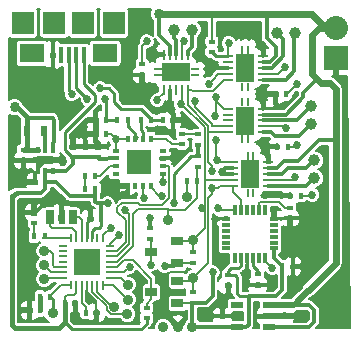
<source format=gtl>
G04 #@! TF.FileFunction,Copper,L1,Top,Signal*
%FSLAX46Y46*%
G04 Gerber Fmt 4.6, Leading zero omitted, Abs format (unit mm)*
G04 Created by KiCad (PCBNEW (2014-12-04 BZR 5312)-product) date 1/7/2015 12:55:41 AM*
%MOMM*%
G01*
G04 APERTURE LIST*
%ADD10C,0.100000*%
%ADD11R,0.700000X1.200000*%
%ADD12R,0.550000X1.200000*%
%ADD13R,0.398780X0.599440*%
%ADD14R,0.599440X0.398780*%
%ADD15R,1.000760X0.800100*%
%ADD16R,0.400000X0.600000*%
%ADD17R,0.600000X0.400000*%
%ADD18R,1.000000X0.550000*%
%ADD19R,0.350000X0.500000*%
%ADD20R,1.450000X0.800000*%
%ADD21R,0.350000X0.850000*%
%ADD22R,0.800000X0.350000*%
%ADD23R,0.280000X0.800000*%
%ADD24R,0.850000X0.280000*%
%ADD25R,1.650000X2.400000*%
%ADD26C,0.400000*%
%ADD27R,0.800000X0.280000*%
%ADD28R,0.280000X0.850000*%
%ADD29R,2.400000X1.650000*%
%ADD30R,0.350000X0.600000*%
%ADD31R,0.600000X0.350000*%
%ADD32R,2.100000X2.100000*%
%ADD33O,0.248920X0.800000*%
%ADD34O,0.800000X0.248920*%
%ADD35R,2.250000X2.250000*%
%ADD36R,0.500000X0.900000*%
%ADD37R,1.900000X1.900000*%
%ADD38R,2.100000X1.600000*%
%ADD39R,0.400000X1.350000*%
%ADD40C,0.883200*%
%ADD41C,1.000000*%
%ADD42R,2.032000X2.032000*%
%ADD43O,2.032000X2.032000*%
%ADD44C,0.685800*%
%ADD45C,0.685799*%
%ADD46C,0.863600*%
%ADD47C,0.254000*%
%ADD48C,0.406400*%
%ADD49C,0.304800*%
%ADD50C,0.152400*%
%ADD51C,0.203200*%
%ADD52C,0.508000*%
%ADD53C,0.609600*%
G04 APERTURE END LIST*
D10*
D11*
X55092600Y-43103800D03*
D12*
X54142600Y-43103800D03*
D11*
X53192600Y-43093800D03*
D13*
X54414420Y-50342800D03*
X55313580Y-50342800D03*
X57484180Y-43211800D03*
X56585020Y-43211800D03*
X56192420Y-51155600D03*
X57091580Y-51155600D03*
X64752220Y-40030400D03*
X65651380Y-40030400D03*
D14*
X73025000Y-50528220D03*
X73025000Y-51427380D03*
X67754500Y-52354480D03*
X67754500Y-51455320D03*
D13*
X52773580Y-40106600D03*
X51874420Y-40106600D03*
D14*
X50927000Y-37371020D03*
X50927000Y-38270180D03*
X68275200Y-47962820D03*
X68275200Y-48861980D03*
X70764400Y-47912020D03*
X70764400Y-48811180D03*
D13*
X72829420Y-47244000D03*
X73728580Y-47244000D03*
D14*
X73482200Y-42273220D03*
X73482200Y-43172380D03*
D13*
X57929780Y-34874200D03*
X57030620Y-34874200D03*
X62694820Y-34848800D03*
X63593980Y-34848800D03*
D14*
X55092600Y-37990780D03*
X55092600Y-37091620D03*
D13*
X57929780Y-36042600D03*
X57030620Y-36042600D03*
D14*
X57226200Y-37990780D03*
X57226200Y-37091620D03*
X56159400Y-37990780D03*
X56159400Y-37091620D03*
D13*
X52316380Y-50952400D03*
X51417220Y-50952400D03*
X57015380Y-40690800D03*
X56116220Y-40690800D03*
D14*
X65704800Y-36935580D03*
X65704800Y-36036420D03*
D15*
X61758780Y-46031400D03*
X63958420Y-45078900D03*
X63958420Y-46983900D03*
X61758780Y-49431400D03*
X63958420Y-48478900D03*
X63958420Y-50383900D03*
D16*
X52305800Y-49834800D03*
X53205800Y-49834800D03*
D17*
X65679800Y-37936000D03*
X65679800Y-38836000D03*
D16*
X59733600Y-34874200D03*
X58833600Y-34874200D03*
X60840200Y-34874200D03*
X61740200Y-34874200D03*
X56112000Y-39584000D03*
X57012000Y-39584000D03*
D17*
X64354800Y-36011000D03*
X64354800Y-36911000D03*
D16*
X73489400Y-41249600D03*
X74389400Y-41249600D03*
D17*
X60960000Y-31031600D03*
X60960000Y-30131600D03*
D16*
X72270200Y-32664400D03*
X73170200Y-32664400D03*
X72397200Y-37109400D03*
X73297200Y-37109400D03*
D17*
X66878200Y-28216440D03*
X66878200Y-29116440D03*
X65252600Y-46932000D03*
X65252600Y-46032000D03*
X65252600Y-50310200D03*
X65252600Y-49410200D03*
X61595000Y-44000000D03*
X61595000Y-44900000D03*
X61341000Y-51656400D03*
X61341000Y-50756400D03*
D18*
X71666100Y-52412900D03*
X71666100Y-51462900D03*
X71666100Y-50512900D03*
X68966100Y-50512900D03*
X68966100Y-52412900D03*
D19*
X52120800Y-39166800D03*
X52770800Y-39166800D03*
X53420800Y-39166800D03*
X53420800Y-37366800D03*
X52770800Y-37366800D03*
X52120800Y-37366800D03*
D20*
X52770800Y-38266800D03*
D21*
X71337400Y-42500800D03*
X70837400Y-42500800D03*
X70337400Y-42500800D03*
X69837400Y-42500800D03*
X69337400Y-42500800D03*
X68837400Y-42500800D03*
D22*
X68097400Y-43230800D03*
X68097400Y-43730800D03*
X68097400Y-44230800D03*
X68097400Y-44730800D03*
X68097400Y-45230800D03*
X68097400Y-45730800D03*
D21*
X68837400Y-46530800D03*
D22*
X72097400Y-43230800D03*
X72097400Y-43730800D03*
X72097400Y-44230800D03*
X72097400Y-44730800D03*
X72097400Y-45230800D03*
X72097400Y-45730800D03*
D21*
X69337400Y-46530800D03*
X69837400Y-46530800D03*
X70337400Y-46530800D03*
X70837400Y-46530800D03*
X71337400Y-46530800D03*
D23*
X70387840Y-41032040D03*
X69887840Y-41032040D03*
D24*
X71617840Y-40452040D03*
X71617840Y-39952040D03*
X71617840Y-39452040D03*
X71617840Y-38952040D03*
X71617840Y-38452040D03*
X68667840Y-38452040D03*
X68667840Y-38952040D03*
X68667840Y-39452040D03*
X68667840Y-39952040D03*
X68667840Y-40452040D03*
D25*
X70137840Y-39462040D03*
D23*
X69887840Y-37902040D03*
X70387840Y-37902040D03*
D26*
X69657840Y-40212040D03*
X69657840Y-38712040D03*
X70657840Y-40212040D03*
X70657840Y-38712040D03*
X70137840Y-39462040D03*
D27*
X65400800Y-30567000D03*
X65400800Y-31067000D03*
D28*
X64820800Y-29337000D03*
X64320800Y-29337000D03*
X63820800Y-29337000D03*
X63320800Y-29337000D03*
X62820800Y-29337000D03*
X62820800Y-32287000D03*
X63320800Y-32287000D03*
X63820800Y-32287000D03*
X64320800Y-32287000D03*
X64820800Y-32287000D03*
D29*
X63830800Y-30817000D03*
D27*
X62270800Y-31067000D03*
X62270800Y-30567000D03*
D26*
X64580800Y-31297000D03*
X63080800Y-31297000D03*
X64580800Y-30297000D03*
X63080800Y-30297000D03*
X63830800Y-30817000D03*
D23*
X69940800Y-32025200D03*
X69440800Y-32025200D03*
D24*
X71170800Y-31445200D03*
X71170800Y-30945200D03*
X71170800Y-30445200D03*
X71170800Y-29945200D03*
X71170800Y-29445200D03*
X68220800Y-29445200D03*
X68220800Y-29945200D03*
X68220800Y-30445200D03*
X68220800Y-30945200D03*
X68220800Y-31445200D03*
D25*
X69690800Y-30455200D03*
D23*
X69440800Y-28895200D03*
X69940800Y-28895200D03*
D26*
X69210800Y-31205200D03*
X69210800Y-29705200D03*
X70210800Y-31205200D03*
X70210800Y-29705200D03*
X69690800Y-30455200D03*
D23*
X69940800Y-36470200D03*
X69440800Y-36470200D03*
D24*
X71170800Y-35890200D03*
X71170800Y-35390200D03*
X71170800Y-34890200D03*
X71170800Y-34390200D03*
X71170800Y-33890200D03*
X68220800Y-33890200D03*
X68220800Y-34390200D03*
X68220800Y-34890200D03*
X68220800Y-35390200D03*
X68220800Y-35890200D03*
D25*
X69690800Y-34900200D03*
D23*
X69440800Y-33340200D03*
X69940800Y-33340200D03*
D26*
X69210800Y-35650200D03*
X69210800Y-34150200D03*
X70210800Y-35650200D03*
X70210800Y-34150200D03*
X69690800Y-34900200D03*
D30*
X59737000Y-36434000D03*
X61687000Y-36434000D03*
X61037000Y-36434000D03*
X60387000Y-36434000D03*
X60387000Y-40434000D03*
X61037000Y-40434000D03*
X61687000Y-40434000D03*
X59737000Y-40434000D03*
D31*
X58712000Y-37459000D03*
X58712000Y-39409000D03*
X58712000Y-38759000D03*
X58712000Y-38109000D03*
D32*
X60712000Y-38434000D03*
D31*
X62712000Y-38109000D03*
X62712000Y-38759000D03*
X62712000Y-39409000D03*
X62712000Y-37459000D03*
D33*
X57634600Y-44861800D03*
X57184600Y-44861800D03*
X56734600Y-44861800D03*
X56284600Y-44861800D03*
X55834600Y-44861800D03*
X55384600Y-44861800D03*
X54934600Y-44861800D03*
D34*
X54284600Y-45511800D03*
X54284600Y-45961800D03*
X54284600Y-46411800D03*
X54284600Y-46861800D03*
X54284600Y-47311800D03*
X54284600Y-47761800D03*
X54284600Y-48211800D03*
D33*
X54934600Y-48861800D03*
X55384600Y-48861800D03*
X55834600Y-48861800D03*
X56284600Y-48861800D03*
X56734600Y-48861800D03*
X57184600Y-48861800D03*
X57634600Y-48861800D03*
D34*
X58284600Y-48211800D03*
X58284600Y-47761800D03*
X58284600Y-47311800D03*
X58284600Y-46861800D03*
X58284600Y-46411800D03*
X58284600Y-45961800D03*
X58284600Y-45511800D03*
D35*
X56284600Y-46861800D03*
D36*
X52693000Y-35814000D03*
X51193000Y-35814000D03*
D13*
X52722780Y-44704000D03*
X51823620Y-44704000D03*
D17*
X51816000Y-42679200D03*
X51816000Y-43579200D03*
D37*
X53537000Y-26670000D03*
X55937000Y-26670000D03*
X50887000Y-26670000D03*
X58587000Y-26670000D03*
D38*
X57837000Y-29220000D03*
X51637000Y-29220000D03*
D39*
X54737000Y-29345000D03*
X54087000Y-29345000D03*
X53437000Y-29345000D03*
X55387000Y-29345000D03*
X56037000Y-29345000D03*
D40*
X59715400Y-51282600D03*
X58623200Y-50647600D03*
X59740800Y-50063400D03*
X59740800Y-48793400D03*
X52684600Y-48311800D03*
X52684600Y-47161800D03*
X53390800Y-51231800D03*
X63144400Y-43307000D03*
X64744600Y-41376600D03*
X65252600Y-45034200D03*
X65303400Y-48209200D03*
X52684600Y-45961800D03*
D41*
X63673600Y-27228800D03*
X65173600Y-27228800D03*
X75539600Y-38273600D03*
X75539600Y-39773600D03*
X75260200Y-33701600D03*
X75260200Y-35201600D03*
X72411200Y-27518360D03*
X73911200Y-27518360D03*
D42*
X77368400Y-29565600D03*
D43*
X77368400Y-27025600D03*
D40*
X65227200Y-52349400D03*
X63997840Y-52349400D03*
X62760860Y-52354480D03*
D44*
X63628504Y-41911568D03*
X58039000Y-41910000D03*
X61595000Y-43180000D03*
X55321200Y-51892200D03*
D45*
X53238400Y-41732200D03*
D44*
X73533000Y-44043600D03*
X67716400Y-49885600D03*
X73558400Y-46177200D03*
X69773800Y-48514000D03*
X59334400Y-41224200D03*
X53086000Y-30708600D03*
X61976000Y-29108400D03*
X71094600Y-32816800D03*
X70916800Y-28549600D03*
X67691000Y-39217600D03*
X71399400Y-37134800D03*
X59588400Y-31013400D03*
X74803000Y-51562000D03*
X67144910Y-43230800D03*
X63562000Y-38109000D03*
X67123637Y-30217140D03*
X57048400Y-46101000D03*
X56284600Y-46861800D03*
X57023000Y-47599600D03*
X55549800Y-47599600D03*
X55549800Y-46126400D03*
X61391800Y-37744400D03*
X60712000Y-38434000D03*
X61391800Y-39116000D03*
X60020200Y-39116000D03*
X60020200Y-37744400D03*
X55900320Y-35874960D03*
X71361300Y-41191180D03*
X51127660Y-48849280D03*
X50927000Y-39903400D03*
X63246000Y-33477200D03*
X62636400Y-41275000D03*
D46*
X50165000Y-33782000D03*
X62357000Y-25908000D03*
D44*
X62865000Y-47244000D03*
X66929000Y-47752000D03*
X57861200Y-33070800D03*
X56337200Y-33070800D03*
X57404000Y-32181800D03*
X55016400Y-32664400D03*
X62699870Y-40084591D03*
X58712000Y-36459000D03*
X67301290Y-38269090D03*
X67233800Y-36576000D03*
X67132200Y-34518600D03*
X67259200Y-32943800D03*
X62255400Y-33197800D03*
X68300600Y-28346400D03*
X58293000Y-43967400D03*
X61722000Y-47091600D03*
X59918600Y-47294800D03*
X59512200Y-42468800D03*
X61087000Y-41490870D03*
X66598800Y-31775400D03*
X65473580Y-33258760D03*
X64239140Y-33512760D03*
X66001880Y-42341800D03*
X67424320Y-42316400D03*
X66852885Y-39204863D03*
D45*
X66868040Y-40652700D03*
D44*
X73888600Y-39700200D03*
X75387200Y-41198800D03*
X61366400Y-28194000D03*
X64516000Y-28186380D03*
X74117200Y-31800800D03*
X73055480Y-30398720D03*
X74117200Y-36982400D03*
X73152000Y-35572680D03*
X59004200Y-44627800D03*
X71986140Y-47411640D03*
D47*
X65679800Y-37936000D02*
X65111800Y-37936000D01*
X65111800Y-37936000D02*
X63628504Y-39419296D01*
X63628504Y-39419296D02*
X63628504Y-41426635D01*
X63628504Y-41426635D02*
X63628504Y-41911568D01*
X61341000Y-51656400D02*
X61341000Y-52095400D01*
X61341000Y-52095400D02*
X60883800Y-52552600D01*
X60883800Y-52552600D02*
X55006240Y-52552600D01*
X55006240Y-52552600D02*
X54414420Y-51960780D01*
X54992270Y-37990780D02*
X55092600Y-37990780D01*
X54424580Y-37423090D02*
X54992270Y-37990780D01*
X54424580Y-35904426D02*
X54424580Y-37423090D01*
X56959501Y-33369505D02*
X54424580Y-35904426D01*
X56037000Y-31798794D02*
X56959501Y-32721295D01*
X56959501Y-32721295D02*
X56959501Y-33369505D01*
X56037000Y-29345000D02*
X56037000Y-31798794D01*
D48*
X49911000Y-52044600D02*
X49911000Y-52197000D01*
D49*
X52773580Y-40711120D02*
X52438300Y-41046400D01*
X52773580Y-40106600D02*
X52773580Y-40711120D01*
X52438300Y-41046400D02*
X50393600Y-41046400D01*
D48*
X50393600Y-41046400D02*
X49911000Y-41249600D01*
X49911000Y-41249600D02*
X49911000Y-52044600D01*
X54414420Y-51960780D02*
X54414420Y-50342800D01*
X53898800Y-52476400D02*
X54414420Y-51960780D01*
X50190400Y-52476400D02*
X53898800Y-52476400D01*
X49911000Y-52197000D02*
X50190400Y-52476400D01*
D50*
X54584600Y-49657000D02*
X54414420Y-49827180D01*
X55384600Y-48861800D02*
X55384600Y-49492000D01*
X55384600Y-49492000D02*
X55219600Y-49657000D01*
X55219600Y-49657000D02*
X54584600Y-49657000D01*
X54414420Y-49827180D02*
X54414420Y-50342800D01*
D49*
X57484180Y-43211800D02*
X57484180Y-41956820D01*
X57484180Y-41956820D02*
X57531000Y-41910000D01*
X57531000Y-41910000D02*
X57144329Y-41910000D01*
X57015380Y-41781051D02*
X57015380Y-41295320D01*
X58039000Y-41910000D02*
X57144329Y-41910000D01*
X57144329Y-41910000D02*
X57015380Y-41781051D01*
X61595000Y-44000000D02*
X61595000Y-43180000D01*
X52773580Y-40106600D02*
X53631770Y-40102400D01*
X53631770Y-40102400D02*
X54824695Y-41295325D01*
X54824695Y-41295325D02*
X57015380Y-41295320D01*
X57015380Y-41295320D02*
X57015380Y-40690800D01*
X53420800Y-39166800D02*
X54522800Y-39152400D01*
X55092600Y-38582600D02*
X55092600Y-37990780D01*
X54522800Y-39152400D02*
X55092600Y-38582600D01*
X53420800Y-39166800D02*
X52770800Y-39166800D01*
X52770800Y-39166800D02*
X52770380Y-39167220D01*
X52770380Y-39167220D02*
X52773580Y-40106600D01*
D47*
X56734600Y-44861800D02*
X56734600Y-44211800D01*
X57484180Y-43812220D02*
X57484180Y-43211800D01*
X57334600Y-43961800D02*
X57484180Y-43812220D01*
X56984600Y-43961800D02*
X57334600Y-43961800D01*
X56734600Y-44211800D02*
X56984600Y-43961800D01*
D49*
X57351620Y-38116200D02*
X57226200Y-37990780D01*
X58712000Y-38109000D02*
X57351620Y-38116200D01*
X57226200Y-37990780D02*
X56159400Y-37990780D01*
X55092600Y-37990780D02*
X56159400Y-37990780D01*
X65679800Y-36960580D02*
X65704800Y-36935580D01*
X65679800Y-37936000D02*
X65679800Y-36960580D01*
D47*
X69837400Y-46530800D02*
X69837400Y-48450400D01*
X69837400Y-48450400D02*
X69773800Y-48514000D01*
X55313580Y-50342800D02*
X55313580Y-51884580D01*
X55313580Y-51884580D02*
X55321200Y-51892200D01*
X57091580Y-51155600D02*
X57091580Y-51620420D01*
X57091580Y-51620420D02*
X56819800Y-51892200D01*
X56819800Y-51892200D02*
X55321200Y-51892200D01*
X54142600Y-43103800D02*
X54142600Y-42249800D01*
X54142600Y-42249800D02*
X54152800Y-42239600D01*
X54152800Y-42239600D02*
X54152800Y-42011600D01*
X54107961Y-41992161D02*
X53848000Y-41732200D01*
X53848000Y-41732200D02*
X53238400Y-41732200D01*
X55919101Y-41992161D02*
X54107961Y-41992161D01*
X51916000Y-42679200D02*
X52863000Y-41732200D01*
X52863000Y-41732200D02*
X53238400Y-41732200D01*
X51816000Y-42679200D02*
X51916000Y-42679200D01*
X56585020Y-43211800D02*
X56585020Y-42658080D01*
X56585020Y-42658080D02*
X55919101Y-41992161D01*
X73482200Y-43172380D02*
X73482200Y-43992800D01*
X73482200Y-43992800D02*
X73533000Y-44043600D01*
X67754500Y-51455320D02*
X67754500Y-49923700D01*
X67754500Y-49923700D02*
X67716400Y-49885600D01*
X68275200Y-48861980D02*
X68275200Y-49326800D01*
X68275200Y-49326800D02*
X67716400Y-49885600D01*
X73728580Y-47244000D02*
X73728580Y-46347380D01*
X73728580Y-46347380D02*
X73558400Y-46177200D01*
X70764400Y-48811180D02*
X70070980Y-48811180D01*
X70070980Y-48811180D02*
X69773800Y-48514000D01*
D49*
X59737000Y-40434000D02*
X59737000Y-40821600D01*
X59737000Y-40821600D02*
X59334400Y-41224200D01*
X51874420Y-40106600D02*
X51874420Y-39413180D01*
X51874420Y-39413180D02*
X52120800Y-39166800D01*
X52120800Y-39166800D02*
X52120800Y-38201600D01*
D48*
X52120800Y-38201600D02*
X50995580Y-38201600D01*
D49*
X50995580Y-38201600D02*
X50927000Y-38270180D01*
X52120800Y-39166800D02*
X52120800Y-38916800D01*
X52120800Y-38916800D02*
X52770800Y-38266800D01*
X53437000Y-29345000D02*
X53437000Y-30357600D01*
X53437000Y-30357600D02*
X53086000Y-30708600D01*
X62820800Y-29337000D02*
X62204600Y-29337000D01*
X62204600Y-29337000D02*
X61976000Y-29108400D01*
X72270200Y-32664400D02*
X71247000Y-32664400D01*
X71247000Y-32664400D02*
X71094600Y-32816800D01*
X71170800Y-33890200D02*
X71170800Y-32893000D01*
X71170800Y-32893000D02*
X71094600Y-32816800D01*
X71170800Y-29445200D02*
X71170800Y-28803600D01*
X71170800Y-28803600D02*
X70916800Y-28549600D01*
X68667840Y-39452040D02*
X67925440Y-39452040D01*
X67925440Y-39452040D02*
X67691000Y-39217600D01*
X68667840Y-38952040D02*
X67956560Y-38952040D01*
X67956560Y-38952040D02*
X67691000Y-39217600D01*
X71617840Y-38452040D02*
X71617840Y-37353240D01*
D51*
X71424800Y-37109400D02*
X71399400Y-37134800D01*
X71424800Y-37109400D02*
X72397200Y-37109400D01*
D49*
X71617840Y-37353240D02*
X71399400Y-37134800D01*
D50*
X60960000Y-31031600D02*
X59606600Y-31031600D01*
X59606600Y-31031600D02*
X59588400Y-31013400D01*
X56284600Y-48861800D02*
X56284600Y-49414200D01*
X56284600Y-49414200D02*
X57091580Y-50221180D01*
X57091580Y-50221180D02*
X57091580Y-51155600D01*
D52*
X73025000Y-51427380D02*
X74668380Y-51427380D01*
D49*
X74668380Y-51427380D02*
X74803000Y-51562000D01*
D50*
X68097400Y-43230800D02*
X67144910Y-43230800D01*
D47*
X56284600Y-44861800D02*
X56284600Y-43512220D01*
X56284600Y-43512220D02*
X56585020Y-43211800D01*
D51*
X62712000Y-38109000D02*
X63562000Y-38109000D01*
D50*
X67351697Y-30445200D02*
X67123637Y-30217140D01*
D49*
X68220800Y-30445200D02*
X67351697Y-30445200D01*
D48*
X72989480Y-51462900D02*
X73025000Y-51427380D01*
D52*
X71666100Y-51462900D02*
X72989480Y-51462900D01*
D51*
X57048400Y-46101000D02*
X56287600Y-46861800D01*
X56287600Y-46861800D02*
X56284600Y-46861800D01*
X57023000Y-47599600D02*
X56285200Y-46861800D01*
X55549800Y-47599600D02*
X56284600Y-46864800D01*
X55549800Y-46126400D02*
X56284600Y-46861200D01*
X61391800Y-37744400D02*
X60712000Y-38424200D01*
X60712000Y-38424200D02*
X60712000Y-38434000D01*
X61391800Y-39116000D02*
X60712000Y-38436200D01*
X60020200Y-39116000D02*
X60702200Y-38434000D01*
X60020200Y-37744400D02*
X60709800Y-38434000D01*
X56159400Y-36134040D02*
X55900320Y-35874960D01*
X56159400Y-37091620D02*
X56159400Y-36134040D01*
X71419720Y-41249600D02*
X71361300Y-41191180D01*
X73489400Y-41249600D02*
X71419720Y-41249600D01*
X51417220Y-49138840D02*
X51127660Y-48849280D01*
X51417220Y-50952400D02*
X51417220Y-49138840D01*
D49*
X51130200Y-40106600D02*
X50927000Y-39903400D01*
X51130200Y-40106600D02*
X51874420Y-40106600D01*
D48*
X57226200Y-36819840D02*
X57226200Y-37091620D01*
X57017920Y-36611560D02*
X57226200Y-36819840D01*
X57017920Y-36055300D02*
X57017920Y-36611560D01*
X57030620Y-36042600D02*
X57017920Y-36055300D01*
X57030620Y-34874200D02*
X57030620Y-36042600D01*
X57226200Y-37091620D02*
X56159400Y-37091620D01*
X55092600Y-37091620D02*
X56159400Y-37091620D01*
X63593980Y-34348420D02*
X63246000Y-34000440D01*
X63246000Y-34000440D02*
X63246000Y-33477200D01*
D49*
X63320800Y-33402400D02*
X63246000Y-33477200D01*
X63320800Y-33402400D02*
X63320800Y-32287000D01*
D48*
X63593980Y-34848800D02*
X63593980Y-34348420D01*
D50*
X56192420Y-51155600D02*
X56192420Y-50703480D01*
X56192420Y-50703480D02*
X55834600Y-50345660D01*
X55834600Y-50345660D02*
X55834600Y-49414200D01*
X55834600Y-49414200D02*
X55834600Y-48861800D01*
D51*
X61687000Y-40434000D02*
X61687000Y-40559000D01*
X62403000Y-41275000D02*
X62636400Y-41275000D01*
X61687000Y-40559000D02*
X62403000Y-41275000D01*
X64752220Y-40030400D02*
X64752220Y-41368980D01*
X64752220Y-41368980D02*
X64744600Y-41376600D01*
D50*
X65651380Y-40030400D02*
X65651380Y-41461718D01*
X64630029Y-42483069D02*
X63311069Y-42483069D01*
X63311069Y-42483069D02*
X63195200Y-42367200D01*
X65651380Y-41461718D02*
X64630029Y-42483069D01*
X63195200Y-42367200D02*
X63195200Y-43256200D01*
X63195200Y-43256200D02*
X63144400Y-43307000D01*
X63195200Y-42367200D02*
X60604400Y-42367200D01*
X60604400Y-42367200D02*
X60198000Y-42773600D01*
X60198000Y-42773600D02*
X60198000Y-45500800D01*
X60198000Y-45500800D02*
X58837000Y-46861800D01*
X58837000Y-46861800D02*
X58284600Y-46861800D01*
D51*
X65651380Y-40030400D02*
X65651380Y-38864420D01*
X65651380Y-38864420D02*
X65679800Y-38836000D01*
D49*
X72263000Y-28702000D02*
X71501922Y-27940922D01*
X72263000Y-29466642D02*
X72263000Y-28702000D01*
X71501922Y-27940922D02*
X71501922Y-25908000D01*
X71784442Y-29945200D02*
X72263000Y-29466642D01*
X71170800Y-29945200D02*
X71784442Y-29945200D01*
D53*
X77343000Y-32258000D02*
X77343000Y-36545520D01*
X77343000Y-36545520D02*
X77343000Y-40123782D01*
D49*
X72971080Y-38328600D02*
X74143126Y-38328600D01*
X74143126Y-38328600D02*
X75926206Y-36545520D01*
X75926206Y-36545520D02*
X77343000Y-36545520D01*
X71617840Y-38952040D02*
X72347640Y-38952040D01*
X72347640Y-38952040D02*
X72971080Y-38328600D01*
X75565000Y-31419796D02*
X75653898Y-31330898D01*
X75565000Y-31585426D02*
X75565000Y-31419796D01*
X74620499Y-32529927D02*
X75565000Y-31585426D01*
X74620499Y-32948501D02*
X74620499Y-32529927D01*
X73178800Y-34390200D02*
X74620499Y-32948501D01*
X71170800Y-34390200D02*
X73178800Y-34390200D01*
X72470900Y-52412900D02*
X71666100Y-52412900D01*
X75061066Y-52412900D02*
X72470900Y-52412900D01*
X75552301Y-51921665D02*
X75061066Y-52412900D01*
X75552301Y-50948335D02*
X75552301Y-51921665D01*
X75132186Y-50528220D02*
X75552301Y-50948335D01*
X73832720Y-50528220D02*
X75132186Y-50528220D01*
D52*
X74041000Y-50292000D02*
X74041000Y-50319940D01*
X74041000Y-50319940D02*
X73832720Y-50528220D01*
X73832720Y-50528220D02*
X73025000Y-50528220D01*
X75057000Y-49276000D02*
X74041000Y-50292000D01*
X71666100Y-50512900D02*
X73009680Y-50512900D01*
X73009680Y-50512900D02*
X73025000Y-50528220D01*
D53*
X77343000Y-40123782D02*
X77343000Y-46990000D01*
X75311000Y-30988000D02*
X75653898Y-31330898D01*
X75653898Y-31330898D02*
X76073000Y-31750000D01*
X77343000Y-46990000D02*
X75057000Y-49276000D01*
X76835000Y-31750000D02*
X77343000Y-32258000D01*
X76073000Y-31750000D02*
X76835000Y-31750000D01*
X75311000Y-27646160D02*
X75311000Y-30988000D01*
X77368400Y-27025600D02*
X75931560Y-27025600D01*
X75931560Y-27025600D02*
X75311000Y-27646160D01*
X75311000Y-25908000D02*
X71501922Y-25908000D01*
X71501922Y-25908000D02*
X66929000Y-25908000D01*
D49*
X62357000Y-27643400D02*
X62357000Y-26518657D01*
X63320800Y-28607200D02*
X62357000Y-27643400D01*
X63320800Y-29337000D02*
X63320800Y-28607200D01*
X62357000Y-26518657D02*
X62357000Y-25908000D01*
D51*
X66878200Y-28216440D02*
X66878200Y-25908000D01*
X66929000Y-26162000D02*
X66929000Y-25908000D01*
X66929000Y-25958800D02*
X66929000Y-26162000D01*
X66878200Y-25908000D02*
X66929000Y-25958800D01*
D53*
X75311000Y-25908000D02*
X76428600Y-27025600D01*
X66929000Y-25908000D02*
X62357000Y-25908000D01*
X77368400Y-27025600D02*
X76428600Y-27025600D01*
D48*
X51193000Y-37105020D02*
X50927000Y-37371020D01*
X51193000Y-35814000D02*
X51193000Y-37105020D01*
X50931220Y-37366800D02*
X50927000Y-37371020D01*
X52120800Y-37366800D02*
X50931220Y-37366800D01*
X51193700Y-35813300D02*
X51193000Y-35814000D01*
D49*
X53420800Y-36812000D02*
X53517800Y-36715000D01*
X53420800Y-36812000D02*
X53420800Y-37366800D01*
X53517800Y-36715000D02*
X53517800Y-34975800D01*
X53517800Y-34975800D02*
X53378100Y-34645600D01*
X53378100Y-34645600D02*
X51193700Y-34645600D01*
D48*
X51193700Y-35813300D02*
X51193700Y-34645600D01*
X51193700Y-34589720D02*
X50385980Y-33782000D01*
X50385980Y-33782000D02*
X50165000Y-33782000D01*
X51193700Y-34645600D02*
X51193700Y-34589720D01*
D47*
X69337400Y-46530800D02*
X69337400Y-47209800D01*
X69337400Y-47209800D02*
X69125400Y-47421800D01*
X69125400Y-47421800D02*
X68478400Y-47421800D01*
X68478400Y-47421800D02*
X68275200Y-47625000D01*
X68275200Y-47625000D02*
X68275200Y-47962820D01*
X69011800Y-49555400D02*
X69240400Y-49784000D01*
X69240400Y-49784000D02*
X69977000Y-49784000D01*
X69011800Y-48145700D02*
X69011800Y-49555400D01*
X68275200Y-47962820D02*
X68828920Y-47962820D01*
X68828920Y-47962820D02*
X69011800Y-48145700D01*
D49*
X65227200Y-52349400D02*
X65227200Y-50335600D01*
X65227200Y-50335600D02*
X65252600Y-50310200D01*
X65252600Y-52374800D02*
X67734180Y-52374800D01*
X67734180Y-52374800D02*
X67754500Y-52354480D01*
X62865000Y-47244000D02*
X63698320Y-47244000D01*
X63698320Y-47244000D02*
X63958420Y-46983900D01*
X66929000Y-49784000D02*
X66929000Y-47752000D01*
X66402800Y-50310200D02*
X66929000Y-49784000D01*
X65252600Y-50310200D02*
X66402800Y-50310200D01*
X72263000Y-49784000D02*
X72829420Y-49217580D01*
X72829420Y-49217580D02*
X72829420Y-47244000D01*
X69977000Y-49784000D02*
X72263000Y-49784000D01*
X72097400Y-45730800D02*
X72097400Y-46511980D01*
X72097400Y-46511980D02*
X72829420Y-47244000D01*
X68966100Y-52412900D02*
X69770900Y-52412900D01*
X69770900Y-52412900D02*
X69977000Y-52206800D01*
X69977000Y-52206800D02*
X69977000Y-49784000D01*
D50*
X63958420Y-46983900D02*
X65200700Y-46983900D01*
X65200700Y-46983900D02*
X65252600Y-46932000D01*
X63958420Y-50383900D02*
X65178900Y-50383900D01*
X65178900Y-50383900D02*
X65252600Y-50310200D01*
D49*
X67812920Y-52412900D02*
X67754500Y-52354480D01*
X68966100Y-52412900D02*
X67812920Y-52412900D01*
D50*
X70764400Y-47912020D02*
X70764400Y-47726600D01*
D47*
X70764400Y-47625000D02*
X70337400Y-47198000D01*
X70337400Y-47198000D02*
X70337400Y-46530800D01*
X70764400Y-47912020D02*
X70764400Y-47625000D01*
D50*
X73030080Y-42273220D02*
X73482200Y-42273220D01*
X70837400Y-41923400D02*
X70952400Y-41808400D01*
X70837400Y-42500800D02*
X70837400Y-41923400D01*
X72565260Y-41808400D02*
X73030080Y-42273220D01*
X70952400Y-41808400D02*
X72565260Y-41808400D01*
D47*
X57929780Y-34874200D02*
X57929780Y-33139380D01*
X57929780Y-33139380D02*
X57861200Y-33070800D01*
X55387000Y-29345000D02*
X55387000Y-32120600D01*
X55387000Y-32120600D02*
X56337200Y-33070800D01*
X58833600Y-34874200D02*
X57929780Y-34874200D01*
X58597800Y-32613600D02*
X58166000Y-32181800D01*
X58166000Y-32181800D02*
X57404000Y-32181800D01*
X58597800Y-33350200D02*
X58597800Y-32613600D01*
X59182000Y-33934400D02*
X58597800Y-33350200D01*
X60900400Y-33934400D02*
X59182000Y-33934400D01*
X61740200Y-34874200D02*
X61740200Y-34774200D01*
X61740200Y-34774200D02*
X60900400Y-33934400D01*
X54737000Y-29345000D02*
X54737000Y-32385000D01*
X54737000Y-32385000D02*
X55016400Y-32664400D01*
X61740200Y-34874200D02*
X62669420Y-34874200D01*
X62669420Y-34874200D02*
X62694820Y-34848800D01*
D51*
X62712000Y-39409000D02*
X62712000Y-40072461D01*
X62712000Y-40072461D02*
X62699870Y-40084591D01*
X58712000Y-37459000D02*
X58712000Y-36459000D01*
X58737000Y-36434000D02*
X58712000Y-36459000D01*
X59737000Y-36434000D02*
X58737000Y-36434000D01*
X58295600Y-36042600D02*
X58712000Y-36459000D01*
X57929780Y-36042600D02*
X58295600Y-36042600D01*
D48*
X52305800Y-49834800D02*
X52305800Y-50941820D01*
X52305800Y-50941820D02*
X52316380Y-50952400D01*
D51*
X56116220Y-40690800D02*
X56112000Y-39584000D01*
X65679380Y-36011000D02*
X65704800Y-36036420D01*
X64354800Y-36011000D02*
X65679380Y-36011000D01*
D50*
X67233800Y-38201600D02*
X67301290Y-38269090D01*
X67301290Y-38269090D02*
X67484240Y-38452040D01*
X67484240Y-38452040D02*
X68667840Y-38452040D01*
X67233800Y-36576000D02*
X67233800Y-38201600D01*
X67259200Y-32943800D02*
X67259200Y-34391600D01*
X67259200Y-34391600D02*
X67132200Y-34518600D01*
X67935800Y-33890200D02*
X67259200Y-33213600D01*
X67259200Y-33213600D02*
X67259200Y-32943800D01*
X68220800Y-33890200D02*
X67935800Y-33890200D01*
D51*
X62255400Y-33197800D02*
X62255400Y-33096200D01*
X62255400Y-33096200D02*
X62820800Y-32530800D01*
X62820800Y-32530800D02*
X62820800Y-32287000D01*
D50*
X68220800Y-29445200D02*
X68220800Y-28426200D01*
X68220800Y-28426200D02*
X68300600Y-28346400D01*
D47*
X68220800Y-29445200D02*
X67206960Y-29445200D01*
X67206960Y-29445200D02*
X66878200Y-29116440D01*
D50*
X57634600Y-44861800D02*
X57634600Y-44625800D01*
X57634600Y-44625800D02*
X58293000Y-43967400D01*
X55834600Y-44861800D02*
X55834600Y-43343400D01*
X55834600Y-43343400D02*
X55595000Y-43103800D01*
X55595000Y-43103800D02*
X55092600Y-43103800D01*
X55384600Y-44309400D02*
X55058401Y-43983201D01*
X55058401Y-43983201D02*
X53329601Y-43983201D01*
X53329601Y-43983201D02*
X53192600Y-43846200D01*
X53192600Y-43846200D02*
X53192600Y-43093800D01*
X55384600Y-44861800D02*
X55384600Y-44309400D01*
X54934600Y-44861800D02*
X52601180Y-44861800D01*
X52601180Y-44861800D02*
X52722780Y-44704000D01*
X54284600Y-47311800D02*
X53534600Y-47311800D01*
X53184600Y-45961800D02*
X52684600Y-45961800D01*
X53384600Y-46161800D02*
X53184600Y-45961800D01*
X53384600Y-47161800D02*
X53384600Y-46161800D01*
X53534600Y-47311800D02*
X53384600Y-47161800D01*
X54284600Y-47761800D02*
X53284600Y-47761800D01*
X53284600Y-47761800D02*
X52684600Y-47161800D01*
X54284600Y-48211800D02*
X52784600Y-48211800D01*
X52784600Y-48211800D02*
X52684600Y-48311800D01*
D47*
X53390800Y-51231800D02*
X53390800Y-50019800D01*
X53390800Y-50019800D02*
X53205800Y-49834800D01*
D51*
X53205800Y-49834800D02*
X53205800Y-49734800D01*
X53205800Y-49734800D02*
X54078800Y-48861800D01*
X54078800Y-48861800D02*
X54606940Y-48861800D01*
X54606940Y-48861800D02*
X54934600Y-48861800D01*
D50*
X56734600Y-48861800D02*
X56734600Y-49414200D01*
X56734600Y-49414200D02*
X57952999Y-50632599D01*
X57952999Y-50632599D02*
X57952999Y-50969297D01*
X58944897Y-51317801D02*
X58954698Y-51308000D01*
X57952999Y-50969297D02*
X58301503Y-51317801D01*
X58301503Y-51317801D02*
X58944897Y-51317801D01*
X58954698Y-51308000D02*
X59639200Y-51308000D01*
X57184600Y-48861800D02*
X57184600Y-49414200D01*
X57184600Y-49414200D02*
X58418000Y-50647600D01*
X58418000Y-50647600D02*
X58623200Y-50647600D01*
X57634600Y-48861800D02*
X58539200Y-48861800D01*
X58539200Y-48861800D02*
X59740800Y-50063400D01*
D51*
X57634600Y-48861800D02*
X57634600Y-49137340D01*
D50*
X58284600Y-48211800D02*
X59159200Y-48211800D01*
X59159200Y-48211800D02*
X59740800Y-48793400D01*
D51*
X58284600Y-48211800D02*
X58295600Y-48211800D01*
D50*
X58284600Y-48211800D02*
X58560140Y-48211800D01*
X61758780Y-46031400D02*
X61758780Y-45114580D01*
X61758780Y-45114580D02*
X61768000Y-45105360D01*
X61768000Y-45105360D02*
X61768000Y-45023800D01*
X61768000Y-45023800D02*
X61695000Y-44900000D01*
X61695000Y-44900000D02*
X61595000Y-44900000D01*
X61722000Y-47091600D02*
X61722000Y-46068180D01*
X61722000Y-46068180D02*
X61758780Y-46031400D01*
X58284600Y-47761800D02*
X59451600Y-47761800D01*
X59451600Y-47761800D02*
X59918600Y-47294800D01*
X61758780Y-49431400D02*
X61758780Y-49983850D01*
X61758780Y-49983850D02*
X61341000Y-50401630D01*
X61341000Y-50401630D02*
X61341000Y-50756400D01*
X58837000Y-47311800D02*
X58284600Y-47311800D01*
X59425501Y-46723299D02*
X58837000Y-47311800D01*
X60192921Y-46723299D02*
X59425501Y-46723299D01*
X61758780Y-48289158D02*
X60192921Y-46723299D01*
X61758780Y-49431400D02*
X61758780Y-48289158D01*
X58284600Y-46411800D02*
X58284600Y-46314870D01*
X59855099Y-42811699D02*
X59512200Y-42468800D01*
X58284600Y-46411800D02*
X58837000Y-46411800D01*
X58837000Y-46411800D02*
X59880511Y-45368289D01*
X59880511Y-45368289D02*
X59880511Y-42837111D01*
X59880511Y-42837111D02*
X59855099Y-42811699D01*
X61037000Y-40434000D02*
X61037000Y-41440870D01*
X61037000Y-41440870D02*
X61087000Y-41490870D01*
X63164400Y-38759000D02*
X63271390Y-38865990D01*
X59575701Y-45223099D02*
X58837000Y-45961800D01*
X59237879Y-41897299D02*
X58877200Y-42257978D01*
X62669432Y-42062390D02*
X60749168Y-42062390D01*
X63271390Y-41460432D02*
X62669432Y-42062390D01*
X60749168Y-42062390D02*
X60584077Y-41897299D01*
X59575701Y-43345101D02*
X59575701Y-45223099D01*
X60584077Y-41897299D02*
X59237879Y-41897299D01*
X58837000Y-45961800D02*
X58284600Y-45961800D01*
X58877200Y-42646600D02*
X59575701Y-43345101D01*
X58877200Y-42257978D02*
X58877200Y-42646600D01*
X62712000Y-38759000D02*
X63164400Y-38759000D01*
X63271390Y-38865990D02*
X63271390Y-41460432D01*
X67429000Y-30945200D02*
X66941699Y-31432501D01*
X68220800Y-30945200D02*
X67429000Y-30945200D01*
X66941699Y-31432501D02*
X66598800Y-31775400D01*
X66921380Y-35326320D02*
X66985260Y-35390200D01*
X66985260Y-35390200D02*
X68220800Y-35390200D01*
X66921380Y-35199320D02*
X66921380Y-35326320D01*
X65473580Y-33258760D02*
X65473580Y-33751520D01*
X65473580Y-33751520D02*
X66921380Y-35199320D01*
X64285240Y-33512760D02*
X64239140Y-33512760D01*
X64320800Y-33548320D02*
X64285240Y-33512760D01*
X66255890Y-35483410D02*
X64320800Y-33548320D01*
X66255890Y-38551583D02*
X66255890Y-35483410D01*
X66259201Y-38554894D02*
X66255890Y-38551583D01*
X66259201Y-39168200D02*
X66259201Y-38554894D01*
X66258440Y-42487966D02*
X66258440Y-40014299D01*
X66258440Y-40014299D02*
X66258440Y-39168961D01*
X68667840Y-39952040D02*
X66320699Y-39952040D01*
X66320699Y-39952040D02*
X66258440Y-40014299D01*
X66259201Y-42488727D02*
X66258440Y-42487966D01*
X66258440Y-39168961D02*
X66259201Y-39168200D01*
X64320800Y-33548320D02*
X64320800Y-32287000D01*
X66112274Y-42341800D02*
X66001880Y-42341800D01*
X66259201Y-42488727D02*
X66112274Y-42341800D01*
X67608720Y-42500800D02*
X67424320Y-42316400D01*
X68837400Y-42500800D02*
X67608720Y-42500800D01*
X66259201Y-39168200D02*
X66265801Y-39174800D01*
X65252600Y-46032000D02*
X65252600Y-45034200D01*
X63958420Y-45078900D02*
X65207900Y-45078900D01*
X65207900Y-45078900D02*
X65252600Y-45034200D01*
X65252600Y-45034200D02*
X66259201Y-44027599D01*
X66259201Y-44027599D02*
X66259201Y-42488727D01*
X69337400Y-41651400D02*
X68667840Y-40981840D01*
X68667840Y-40981840D02*
X68667840Y-40452040D01*
X69337400Y-42500800D02*
X69337400Y-41651400D01*
X66852885Y-38717512D02*
X66852885Y-38719930D01*
X66560700Y-38425327D02*
X66852885Y-38717512D01*
X66560700Y-35889027D02*
X66560700Y-38425327D01*
X66852885Y-38719930D02*
X66852885Y-39204863D01*
X67935800Y-31445200D02*
X68220800Y-31445200D01*
X66957899Y-32423101D02*
X67935800Y-31445200D01*
X65249301Y-32423101D02*
X66957899Y-32423101D01*
X65113200Y-32287000D02*
X65249301Y-32423101D01*
X64820800Y-32287000D02*
X65113200Y-32287000D01*
X64820800Y-32287000D02*
X64830960Y-32297160D01*
X64830960Y-32297160D02*
X64830960Y-33619440D01*
X64830960Y-33619440D02*
X66560700Y-35349180D01*
X66560700Y-35349180D02*
X66560700Y-35889027D01*
X67643400Y-35890200D02*
X67642227Y-35889027D01*
X68220800Y-35890200D02*
X67643400Y-35890200D01*
X67642227Y-35889027D02*
X66560700Y-35889027D01*
X66868040Y-40652700D02*
X67352972Y-40652700D01*
X67352972Y-40652700D02*
X67553632Y-40452040D01*
X67553632Y-40452040D02*
X68667840Y-40452040D01*
X66573400Y-41432272D02*
X66868040Y-41137632D01*
X66573400Y-46939200D02*
X66573400Y-41432272D01*
X65303400Y-48209200D02*
X66573400Y-46939200D01*
X66868040Y-41137632D02*
X66868040Y-40652700D01*
X65252600Y-49410200D02*
X65252600Y-48260000D01*
X65252600Y-48260000D02*
X65303400Y-48209200D01*
X63958420Y-48478900D02*
X65033700Y-48478900D01*
X65033700Y-48478900D02*
X65303400Y-48209200D01*
D47*
X59842400Y-35458400D02*
X59763800Y-35458400D01*
X59763800Y-35458400D02*
X59733600Y-35428200D01*
X59733600Y-35428200D02*
X59733600Y-34874200D01*
X60387000Y-36003000D02*
X59842400Y-35458400D01*
X60387000Y-36434000D02*
X60387000Y-36003000D01*
X60495600Y-36325400D02*
X60387000Y-36434000D01*
X60840200Y-35668800D02*
X61037000Y-35865600D01*
X61037000Y-35865600D02*
X61037000Y-36434000D01*
X60840200Y-34874200D02*
X60840200Y-35668800D01*
D51*
X58240200Y-38759000D02*
X58712000Y-38759000D01*
X57415200Y-39584000D02*
X58240200Y-38759000D01*
X57012000Y-39584000D02*
X57415200Y-39584000D01*
X63494640Y-36911000D02*
X63017640Y-36434000D01*
X63017640Y-36434000D02*
X61687000Y-36434000D01*
X64354800Y-36911000D02*
X63494640Y-36911000D01*
D50*
X71617840Y-39952040D02*
X73636760Y-39952040D01*
X73636760Y-39952040D02*
X73888600Y-39700200D01*
X74389400Y-41249600D02*
X75336400Y-41249600D01*
X75336400Y-41249600D02*
X75387200Y-41198800D01*
X60960000Y-30131600D02*
X60960000Y-28600400D01*
X60960000Y-28600400D02*
X61366400Y-28194000D01*
X64320800Y-28381580D02*
X64516000Y-28186380D01*
X64320800Y-29337000D02*
X64320800Y-28381580D01*
X73170200Y-32664400D02*
X73253600Y-32664400D01*
X73253600Y-32664400D02*
X74117200Y-31800800D01*
X72509000Y-30945200D02*
X73055480Y-30398720D01*
X71170800Y-30945200D02*
X72509000Y-30945200D01*
X73297200Y-37109400D02*
X73990200Y-37109400D01*
X73990200Y-37109400D02*
X74117200Y-36982400D01*
X71170800Y-35390200D02*
X72969520Y-35390200D01*
X72969520Y-35390200D02*
X73152000Y-35572680D01*
D49*
X52770800Y-37366800D02*
X52770800Y-35891800D01*
X52770800Y-35891800D02*
X52693000Y-35814000D01*
X63673600Y-27935906D02*
X63673600Y-27228800D01*
X63820800Y-28083106D02*
X63673600Y-27935906D01*
X63820800Y-29337000D02*
X63820800Y-28083106D01*
X65201800Y-27257000D02*
X65173600Y-27228800D01*
X65201800Y-28671000D02*
X65201800Y-27257000D01*
X64820800Y-29052000D02*
X65201800Y-28671000D01*
X64820800Y-29337000D02*
X64820800Y-29052000D01*
X73355200Y-38938200D02*
X74875000Y-38938200D01*
X74875000Y-38938200D02*
X75539600Y-38273600D01*
X72841360Y-39452040D02*
X73355200Y-38938200D01*
X71617840Y-39452040D02*
X72841360Y-39452040D01*
X71617840Y-40452040D02*
X74861160Y-40452040D01*
X74861160Y-40452040D02*
X75539600Y-39773600D01*
X74074901Y-34886899D02*
X74760201Y-34201599D01*
X71900600Y-34890200D02*
X71903901Y-34886899D01*
X71903901Y-34886899D02*
X74074901Y-34886899D01*
X71170800Y-34890200D02*
X71900600Y-34890200D01*
X74760201Y-34201599D02*
X75260200Y-33701600D01*
X71170800Y-35890200D02*
X71900600Y-35890200D01*
X71900600Y-35890200D02*
X72230800Y-36220400D01*
X72230800Y-36220400D02*
X74241400Y-36220400D01*
X74241400Y-36220400D02*
X74760201Y-35701599D01*
X74760201Y-35701599D02*
X75260200Y-35201600D01*
X72911199Y-28018359D02*
X72411200Y-27518360D01*
X71931034Y-30445200D02*
X72911199Y-29465035D01*
X71170800Y-30445200D02*
X71931034Y-30445200D01*
X72911199Y-29465035D02*
X72911199Y-28018359D01*
X73839699Y-28097099D02*
X73911200Y-27518360D01*
X71170800Y-31445200D02*
X73117966Y-31445200D01*
X73117966Y-31445200D02*
X73839699Y-30723467D01*
X73839699Y-30723467D02*
X73839699Y-28097099D01*
D50*
X51823620Y-44704000D02*
X51823200Y-43586400D01*
X51823200Y-43586400D02*
X51816000Y-43579200D01*
X58284600Y-45511800D02*
X58284600Y-45347400D01*
X58284600Y-45347400D02*
X59004200Y-44627800D01*
X71337400Y-46762900D02*
X71986140Y-47411640D01*
X71337400Y-46530800D02*
X71337400Y-46762900D01*
G36*
X54560875Y-38431824D02*
X54320295Y-38672404D01*
X54080000Y-38675544D01*
X54080000Y-38590650D01*
X53933950Y-38444600D01*
X52948600Y-38444600D01*
X52948600Y-38464600D01*
X52669783Y-38464600D01*
X52626723Y-38421539D01*
X52412005Y-38332600D01*
X52354350Y-38332600D01*
X52242350Y-38444600D01*
X51999250Y-38444600D01*
X51887250Y-38332600D01*
X51829595Y-38332600D01*
X51686759Y-38391764D01*
X51664870Y-38369875D01*
X51076860Y-38369875D01*
X51076860Y-38907720D01*
X51222910Y-39053770D01*
X51342924Y-39053770D01*
X51467866Y-39002016D01*
X51507650Y-39041800D01*
X51594616Y-39041800D01*
X51714877Y-39162061D01*
X51861224Y-39222680D01*
X51696618Y-39222680D01*
X51696618Y-39290623D01*
X51628675Y-39222680D01*
X51558825Y-39222680D01*
X51361600Y-39304373D01*
X51344107Y-39311619D01*
X51179769Y-39475958D01*
X51090830Y-39690676D01*
X51090830Y-39810690D01*
X51236880Y-39956740D01*
X51722741Y-39956740D01*
X51829595Y-40001000D01*
X51887250Y-40001000D01*
X51974115Y-39914135D01*
X51974115Y-39956740D01*
X52072220Y-39956740D01*
X52072220Y-40256460D01*
X51974115Y-40256460D01*
X51974115Y-40304400D01*
X51774725Y-40304400D01*
X51774725Y-40256460D01*
X51236880Y-40256460D01*
X51090830Y-40402510D01*
X51090830Y-40522524D01*
X51107927Y-40563800D01*
X50777140Y-40563800D01*
X50777140Y-38907720D01*
X50777140Y-38369875D01*
X50189130Y-38369875D01*
X50043080Y-38515925D01*
X50043080Y-38585775D01*
X50132019Y-38800493D01*
X50296358Y-38964831D01*
X50511076Y-39053770D01*
X50631090Y-39053770D01*
X50777140Y-38907720D01*
X50777140Y-40563800D01*
X50612094Y-40563800D01*
X50594850Y-40552422D01*
X50390493Y-40513010D01*
X50186610Y-40554800D01*
X49733200Y-40745709D01*
X49733200Y-34427781D01*
X50012764Y-34543867D01*
X50315906Y-34544132D01*
X50371004Y-34521365D01*
X50660300Y-34810661D01*
X50660300Y-35192801D01*
X50632364Y-35234187D01*
X50606331Y-35364000D01*
X50606331Y-36264000D01*
X50630759Y-36389904D01*
X50659600Y-36433808D01*
X50659600Y-36834961D01*
X50627280Y-36834961D01*
X50501376Y-36859389D01*
X50390718Y-36932080D01*
X50316644Y-37041817D01*
X50290611Y-37171630D01*
X50290611Y-37570410D01*
X50292376Y-37579510D01*
X50132019Y-37739867D01*
X50043080Y-37954585D01*
X50043080Y-38024435D01*
X50189130Y-38170485D01*
X50777140Y-38170485D01*
X50777140Y-38072380D01*
X51076860Y-38072380D01*
X51076860Y-38170485D01*
X51664870Y-38170485D01*
X51746355Y-38089000D01*
X52593000Y-38089000D01*
X52593000Y-38069000D01*
X52948600Y-38069000D01*
X52948600Y-38089000D01*
X53933950Y-38089000D01*
X54080000Y-37942950D01*
X54080000Y-37750596D01*
X54040679Y-37655668D01*
X54101291Y-37746379D01*
X54456211Y-38101299D01*
X54456211Y-38190170D01*
X54480639Y-38316074D01*
X54553330Y-38426732D01*
X54560875Y-38431824D01*
X54560875Y-38431824D01*
G37*
X54560875Y-38431824D02*
X54320295Y-38672404D01*
X54080000Y-38675544D01*
X54080000Y-38590650D01*
X53933950Y-38444600D01*
X52948600Y-38444600D01*
X52948600Y-38464600D01*
X52669783Y-38464600D01*
X52626723Y-38421539D01*
X52412005Y-38332600D01*
X52354350Y-38332600D01*
X52242350Y-38444600D01*
X51999250Y-38444600D01*
X51887250Y-38332600D01*
X51829595Y-38332600D01*
X51686759Y-38391764D01*
X51664870Y-38369875D01*
X51076860Y-38369875D01*
X51076860Y-38907720D01*
X51222910Y-39053770D01*
X51342924Y-39053770D01*
X51467866Y-39002016D01*
X51507650Y-39041800D01*
X51594616Y-39041800D01*
X51714877Y-39162061D01*
X51861224Y-39222680D01*
X51696618Y-39222680D01*
X51696618Y-39290623D01*
X51628675Y-39222680D01*
X51558825Y-39222680D01*
X51361600Y-39304373D01*
X51344107Y-39311619D01*
X51179769Y-39475958D01*
X51090830Y-39690676D01*
X51090830Y-39810690D01*
X51236880Y-39956740D01*
X51722741Y-39956740D01*
X51829595Y-40001000D01*
X51887250Y-40001000D01*
X51974115Y-39914135D01*
X51974115Y-39956740D01*
X52072220Y-39956740D01*
X52072220Y-40256460D01*
X51974115Y-40256460D01*
X51974115Y-40304400D01*
X51774725Y-40304400D01*
X51774725Y-40256460D01*
X51236880Y-40256460D01*
X51090830Y-40402510D01*
X51090830Y-40522524D01*
X51107927Y-40563800D01*
X50777140Y-40563800D01*
X50777140Y-38907720D01*
X50777140Y-38369875D01*
X50189130Y-38369875D01*
X50043080Y-38515925D01*
X50043080Y-38585775D01*
X50132019Y-38800493D01*
X50296358Y-38964831D01*
X50511076Y-39053770D01*
X50631090Y-39053770D01*
X50777140Y-38907720D01*
X50777140Y-40563800D01*
X50612094Y-40563800D01*
X50594850Y-40552422D01*
X50390493Y-40513010D01*
X50186610Y-40554800D01*
X49733200Y-40745709D01*
X49733200Y-34427781D01*
X50012764Y-34543867D01*
X50315906Y-34544132D01*
X50371004Y-34521365D01*
X50660300Y-34810661D01*
X50660300Y-35192801D01*
X50632364Y-35234187D01*
X50606331Y-35364000D01*
X50606331Y-36264000D01*
X50630759Y-36389904D01*
X50659600Y-36433808D01*
X50659600Y-36834961D01*
X50627280Y-36834961D01*
X50501376Y-36859389D01*
X50390718Y-36932080D01*
X50316644Y-37041817D01*
X50290611Y-37171630D01*
X50290611Y-37570410D01*
X50292376Y-37579510D01*
X50132019Y-37739867D01*
X50043080Y-37954585D01*
X50043080Y-38024435D01*
X50189130Y-38170485D01*
X50777140Y-38170485D01*
X50777140Y-38072380D01*
X51076860Y-38072380D01*
X51076860Y-38170485D01*
X51664870Y-38170485D01*
X51746355Y-38089000D01*
X52593000Y-38089000D01*
X52593000Y-38069000D01*
X52948600Y-38069000D01*
X52948600Y-38089000D01*
X53933950Y-38089000D01*
X54080000Y-37942950D01*
X54080000Y-37750596D01*
X54040679Y-37655668D01*
X54101291Y-37746379D01*
X54456211Y-38101299D01*
X54456211Y-38190170D01*
X54480639Y-38316074D01*
X54553330Y-38426732D01*
X54560875Y-38431824D01*
G36*
X56482400Y-47039600D02*
X56462400Y-47039600D01*
X56462400Y-47059600D01*
X56106800Y-47059600D01*
X56106800Y-47039600D01*
X56086800Y-47039600D01*
X56086800Y-46684000D01*
X56106800Y-46684000D01*
X56106800Y-46664000D01*
X56462400Y-46664000D01*
X56462400Y-46684000D01*
X56482400Y-46684000D01*
X56482400Y-47039600D01*
X56482400Y-47039600D01*
G37*
X56482400Y-47039600D02*
X56462400Y-47039600D01*
X56462400Y-47059600D01*
X56106800Y-47059600D01*
X56106800Y-47039600D01*
X56086800Y-47039600D01*
X56086800Y-46684000D01*
X56106800Y-46684000D01*
X56106800Y-46664000D01*
X56462400Y-46664000D01*
X56462400Y-46684000D01*
X56482400Y-46684000D01*
X56482400Y-47039600D01*
G36*
X56945736Y-42346569D02*
X56900615Y-42327880D01*
X56830765Y-42327880D01*
X56684715Y-42473930D01*
X56684715Y-43061940D01*
X56782820Y-43061940D01*
X56782820Y-43361660D01*
X56684715Y-43361660D01*
X56684715Y-43409600D01*
X56485325Y-43409600D01*
X56485325Y-43361660D01*
X56387220Y-43361660D01*
X56387220Y-43061940D01*
X56485325Y-43061940D01*
X56485325Y-42473930D01*
X56339275Y-42327880D01*
X56269425Y-42327880D01*
X56054707Y-42416819D01*
X55890369Y-42581158D01*
X55812306Y-42769617D01*
X55779269Y-42747543D01*
X55779269Y-42747542D01*
X55779269Y-42503800D01*
X55754841Y-42377896D01*
X55682150Y-42267238D01*
X55572413Y-42193164D01*
X55442600Y-42167131D01*
X54907114Y-42167131D01*
X54748523Y-42008539D01*
X54533805Y-41919600D01*
X54426150Y-41919600D01*
X54280100Y-42065650D01*
X54280100Y-42926000D01*
X54340400Y-42926000D01*
X54340400Y-43281600D01*
X54280100Y-43281600D01*
X54280100Y-43301600D01*
X54005100Y-43301600D01*
X54005100Y-43281600D01*
X53944800Y-43281600D01*
X53944800Y-42926000D01*
X54005100Y-42926000D01*
X54005100Y-42065650D01*
X53859050Y-41919600D01*
X53751395Y-41919600D01*
X53536677Y-42008539D01*
X53388085Y-42157131D01*
X52842600Y-42157131D01*
X52716696Y-42181559D01*
X52644650Y-42228885D01*
X52611261Y-42148277D01*
X52446922Y-41983939D01*
X52232204Y-41895000D01*
X52112050Y-41895000D01*
X51966000Y-42041050D01*
X51966000Y-42579200D01*
X52013800Y-42579200D01*
X52013800Y-42779200D01*
X51966000Y-42779200D01*
X51966000Y-42877000D01*
X51666000Y-42877000D01*
X51666000Y-42779200D01*
X51666000Y-42579200D01*
X51666000Y-42041050D01*
X51519950Y-41895000D01*
X51399796Y-41895000D01*
X51185078Y-41983939D01*
X51020739Y-42148277D01*
X50931800Y-42362995D01*
X50931800Y-42433150D01*
X51077850Y-42579200D01*
X51666000Y-42579200D01*
X51666000Y-42779200D01*
X51077850Y-42779200D01*
X50931800Y-42925250D01*
X50931800Y-42995405D01*
X51020739Y-43210123D01*
X51181082Y-43370465D01*
X51179331Y-43379200D01*
X51179331Y-43779200D01*
X51203759Y-43905104D01*
X51276450Y-44015762D01*
X51386187Y-44089836D01*
X51416991Y-44096013D01*
X51417010Y-44145455D01*
X51387668Y-44164730D01*
X51313594Y-44274467D01*
X51287561Y-44404280D01*
X51287561Y-45003720D01*
X51311989Y-45129624D01*
X51384680Y-45240282D01*
X51494417Y-45314356D01*
X51624230Y-45340389D01*
X52023010Y-45340389D01*
X52148914Y-45315961D01*
X52259572Y-45243270D01*
X52272865Y-45223575D01*
X52283840Y-45240282D01*
X52331644Y-45272550D01*
X52247982Y-45307119D01*
X52030682Y-45524040D01*
X51912935Y-45807606D01*
X51912667Y-46114647D01*
X52029919Y-46398418D01*
X52193110Y-46561894D01*
X52030682Y-46724040D01*
X51912935Y-47007606D01*
X51912667Y-47314647D01*
X52029919Y-47598418D01*
X52168110Y-47736851D01*
X52030682Y-47874040D01*
X51912935Y-48157606D01*
X51912667Y-48464647D01*
X52029919Y-48748418D01*
X52246840Y-48965718D01*
X52530406Y-49083465D01*
X52837447Y-49083733D01*
X53121218Y-48966481D01*
X53338518Y-48749560D01*
X53393063Y-48618200D01*
X53711742Y-48618200D01*
X53131811Y-49198131D01*
X53005800Y-49198131D01*
X52879896Y-49222559D01*
X52769238Y-49295250D01*
X52756136Y-49314658D01*
X52745350Y-49298238D01*
X52635613Y-49224164D01*
X52505800Y-49198131D01*
X52105800Y-49198131D01*
X51979896Y-49222559D01*
X51869238Y-49295250D01*
X51795164Y-49404987D01*
X51769131Y-49534800D01*
X51769131Y-50083522D01*
X51732815Y-50068480D01*
X51662965Y-50068480D01*
X51516915Y-50214530D01*
X51516915Y-50802540D01*
X51615020Y-50802540D01*
X51615020Y-51102260D01*
X51516915Y-51102260D01*
X51516915Y-51690270D01*
X51662965Y-51836320D01*
X51732815Y-51836320D01*
X51947533Y-51747381D01*
X52107939Y-51586973D01*
X52116990Y-51588789D01*
X52515770Y-51588789D01*
X52641674Y-51564361D01*
X52682139Y-51537778D01*
X52736119Y-51668418D01*
X52953040Y-51885718D01*
X53090990Y-51943000D01*
X51317525Y-51943000D01*
X51317525Y-51690270D01*
X51317525Y-51102260D01*
X51317525Y-50802540D01*
X51317525Y-50214530D01*
X51171475Y-50068480D01*
X51101625Y-50068480D01*
X50886907Y-50157419D01*
X50722569Y-50321758D01*
X50633630Y-50536476D01*
X50633630Y-50656490D01*
X50779680Y-50802540D01*
X51317525Y-50802540D01*
X51317525Y-51102260D01*
X50779680Y-51102260D01*
X50633630Y-51248310D01*
X50633630Y-51368324D01*
X50722569Y-51583042D01*
X50886907Y-51747381D01*
X51101625Y-51836320D01*
X51171475Y-51836320D01*
X51317525Y-51690270D01*
X51317525Y-51943000D01*
X50444400Y-51943000D01*
X50444400Y-41603763D01*
X50600589Y-41538000D01*
X50613890Y-41529000D01*
X52438300Y-41529000D01*
X52622983Y-41492264D01*
X52779550Y-41387650D01*
X53114826Y-41052372D01*
X53114830Y-41052370D01*
X53114830Y-41052369D01*
X53219444Y-40895803D01*
X53256180Y-40711120D01*
X53256181Y-40711120D01*
X53256180Y-40711114D01*
X53256180Y-40586843D01*
X53432849Y-40585979D01*
X54483445Y-41636575D01*
X54483446Y-41636576D01*
X54535399Y-41671289D01*
X54640012Y-41741189D01*
X54640013Y-41741189D01*
X54824695Y-41777926D01*
X54824696Y-41777925D01*
X54824700Y-41777924D01*
X56532780Y-41777921D01*
X56532780Y-41781051D01*
X56569516Y-41965734D01*
X56674130Y-42122301D01*
X56803076Y-42251246D01*
X56803079Y-42251250D01*
X56945736Y-42346569D01*
X56945736Y-42346569D01*
G37*
X56945736Y-42346569D02*
X56900615Y-42327880D01*
X56830765Y-42327880D01*
X56684715Y-42473930D01*
X56684715Y-43061940D01*
X56782820Y-43061940D01*
X56782820Y-43361660D01*
X56684715Y-43361660D01*
X56684715Y-43409600D01*
X56485325Y-43409600D01*
X56485325Y-43361660D01*
X56387220Y-43361660D01*
X56387220Y-43061940D01*
X56485325Y-43061940D01*
X56485325Y-42473930D01*
X56339275Y-42327880D01*
X56269425Y-42327880D01*
X56054707Y-42416819D01*
X55890369Y-42581158D01*
X55812306Y-42769617D01*
X55779269Y-42747543D01*
X55779269Y-42747542D01*
X55779269Y-42503800D01*
X55754841Y-42377896D01*
X55682150Y-42267238D01*
X55572413Y-42193164D01*
X55442600Y-42167131D01*
X54907114Y-42167131D01*
X54748523Y-42008539D01*
X54533805Y-41919600D01*
X54426150Y-41919600D01*
X54280100Y-42065650D01*
X54280100Y-42926000D01*
X54340400Y-42926000D01*
X54340400Y-43281600D01*
X54280100Y-43281600D01*
X54280100Y-43301600D01*
X54005100Y-43301600D01*
X54005100Y-43281600D01*
X53944800Y-43281600D01*
X53944800Y-42926000D01*
X54005100Y-42926000D01*
X54005100Y-42065650D01*
X53859050Y-41919600D01*
X53751395Y-41919600D01*
X53536677Y-42008539D01*
X53388085Y-42157131D01*
X52842600Y-42157131D01*
X52716696Y-42181559D01*
X52644650Y-42228885D01*
X52611261Y-42148277D01*
X52446922Y-41983939D01*
X52232204Y-41895000D01*
X52112050Y-41895000D01*
X51966000Y-42041050D01*
X51966000Y-42579200D01*
X52013800Y-42579200D01*
X52013800Y-42779200D01*
X51966000Y-42779200D01*
X51966000Y-42877000D01*
X51666000Y-42877000D01*
X51666000Y-42779200D01*
X51666000Y-42579200D01*
X51666000Y-42041050D01*
X51519950Y-41895000D01*
X51399796Y-41895000D01*
X51185078Y-41983939D01*
X51020739Y-42148277D01*
X50931800Y-42362995D01*
X50931800Y-42433150D01*
X51077850Y-42579200D01*
X51666000Y-42579200D01*
X51666000Y-42779200D01*
X51077850Y-42779200D01*
X50931800Y-42925250D01*
X50931800Y-42995405D01*
X51020739Y-43210123D01*
X51181082Y-43370465D01*
X51179331Y-43379200D01*
X51179331Y-43779200D01*
X51203759Y-43905104D01*
X51276450Y-44015762D01*
X51386187Y-44089836D01*
X51416991Y-44096013D01*
X51417010Y-44145455D01*
X51387668Y-44164730D01*
X51313594Y-44274467D01*
X51287561Y-44404280D01*
X51287561Y-45003720D01*
X51311989Y-45129624D01*
X51384680Y-45240282D01*
X51494417Y-45314356D01*
X51624230Y-45340389D01*
X52023010Y-45340389D01*
X52148914Y-45315961D01*
X52259572Y-45243270D01*
X52272865Y-45223575D01*
X52283840Y-45240282D01*
X52331644Y-45272550D01*
X52247982Y-45307119D01*
X52030682Y-45524040D01*
X51912935Y-45807606D01*
X51912667Y-46114647D01*
X52029919Y-46398418D01*
X52193110Y-46561894D01*
X52030682Y-46724040D01*
X51912935Y-47007606D01*
X51912667Y-47314647D01*
X52029919Y-47598418D01*
X52168110Y-47736851D01*
X52030682Y-47874040D01*
X51912935Y-48157606D01*
X51912667Y-48464647D01*
X52029919Y-48748418D01*
X52246840Y-48965718D01*
X52530406Y-49083465D01*
X52837447Y-49083733D01*
X53121218Y-48966481D01*
X53338518Y-48749560D01*
X53393063Y-48618200D01*
X53711742Y-48618200D01*
X53131811Y-49198131D01*
X53005800Y-49198131D01*
X52879896Y-49222559D01*
X52769238Y-49295250D01*
X52756136Y-49314658D01*
X52745350Y-49298238D01*
X52635613Y-49224164D01*
X52505800Y-49198131D01*
X52105800Y-49198131D01*
X51979896Y-49222559D01*
X51869238Y-49295250D01*
X51795164Y-49404987D01*
X51769131Y-49534800D01*
X51769131Y-50083522D01*
X51732815Y-50068480D01*
X51662965Y-50068480D01*
X51516915Y-50214530D01*
X51516915Y-50802540D01*
X51615020Y-50802540D01*
X51615020Y-51102260D01*
X51516915Y-51102260D01*
X51516915Y-51690270D01*
X51662965Y-51836320D01*
X51732815Y-51836320D01*
X51947533Y-51747381D01*
X52107939Y-51586973D01*
X52116990Y-51588789D01*
X52515770Y-51588789D01*
X52641674Y-51564361D01*
X52682139Y-51537778D01*
X52736119Y-51668418D01*
X52953040Y-51885718D01*
X53090990Y-51943000D01*
X51317525Y-51943000D01*
X51317525Y-51690270D01*
X51317525Y-51102260D01*
X51317525Y-50802540D01*
X51317525Y-50214530D01*
X51171475Y-50068480D01*
X51101625Y-50068480D01*
X50886907Y-50157419D01*
X50722569Y-50321758D01*
X50633630Y-50536476D01*
X50633630Y-50656490D01*
X50779680Y-50802540D01*
X51317525Y-50802540D01*
X51317525Y-51102260D01*
X50779680Y-51102260D01*
X50633630Y-51248310D01*
X50633630Y-51368324D01*
X50722569Y-51583042D01*
X50886907Y-51747381D01*
X51101625Y-51836320D01*
X51171475Y-51836320D01*
X51317525Y-51690270D01*
X51317525Y-51943000D01*
X50444400Y-51943000D01*
X50444400Y-41603763D01*
X50600589Y-41538000D01*
X50613890Y-41529000D01*
X52438300Y-41529000D01*
X52622983Y-41492264D01*
X52779550Y-41387650D01*
X53114826Y-41052372D01*
X53114830Y-41052370D01*
X53114830Y-41052369D01*
X53219444Y-40895803D01*
X53256180Y-40711120D01*
X53256181Y-40711120D01*
X53256180Y-40711114D01*
X53256180Y-40586843D01*
X53432849Y-40585979D01*
X54483445Y-41636575D01*
X54483446Y-41636576D01*
X54535399Y-41671289D01*
X54640012Y-41741189D01*
X54640013Y-41741189D01*
X54824695Y-41777926D01*
X54824696Y-41777925D01*
X54824700Y-41777924D01*
X56532780Y-41777921D01*
X56532780Y-41781051D01*
X56569516Y-41965734D01*
X56674130Y-42122301D01*
X56803076Y-42251246D01*
X56803079Y-42251250D01*
X56945736Y-42346569D01*
G36*
X57017344Y-50271680D02*
X56913778Y-50271680D01*
X56913778Y-50339623D01*
X56845835Y-50271680D01*
X56775985Y-50271680D01*
X56561267Y-50360619D01*
X56490196Y-50431689D01*
X56479788Y-50416112D01*
X56241000Y-50177324D01*
X56241000Y-49414200D01*
X56241000Y-49346066D01*
X56254651Y-49325636D01*
X56284600Y-49175072D01*
X56314549Y-49325636D01*
X56328200Y-49346066D01*
X56328200Y-49414200D01*
X56346830Y-49507860D01*
X56346830Y-49696498D01*
X56456494Y-49824836D01*
X56547907Y-49815409D01*
X56555952Y-49810288D01*
X57017344Y-50271680D01*
X57017344Y-50271680D01*
G37*
X57017344Y-50271680D02*
X56913778Y-50271680D01*
X56913778Y-50339623D01*
X56845835Y-50271680D01*
X56775985Y-50271680D01*
X56561267Y-50360619D01*
X56490196Y-50431689D01*
X56479788Y-50416112D01*
X56241000Y-50177324D01*
X56241000Y-49414200D01*
X56241000Y-49346066D01*
X56254651Y-49325636D01*
X56284600Y-49175072D01*
X56314549Y-49325636D01*
X56328200Y-49346066D01*
X56328200Y-49414200D01*
X56346830Y-49507860D01*
X56346830Y-49696498D01*
X56456494Y-49824836D01*
X56547907Y-49815409D01*
X56555952Y-49810288D01*
X57017344Y-50271680D01*
G36*
X58278058Y-36977039D02*
X58175438Y-37044450D01*
X58101364Y-37154187D01*
X58075331Y-37284000D01*
X58075331Y-37302576D01*
X57964070Y-37191315D01*
X57376060Y-37191315D01*
X57376060Y-37289420D01*
X57076340Y-37289420D01*
X57076340Y-37191315D01*
X56897270Y-37191315D01*
X56488330Y-37191315D01*
X56309260Y-37191315D01*
X56309260Y-37289420D01*
X56009540Y-37289420D01*
X56009540Y-37191315D01*
X56009540Y-36991925D01*
X56009540Y-36454080D01*
X55863490Y-36308030D01*
X55743476Y-36308030D01*
X55626000Y-36356690D01*
X55508524Y-36308030D01*
X55388510Y-36308030D01*
X55242460Y-36454080D01*
X55242460Y-36991925D01*
X55421530Y-36991925D01*
X55830470Y-36991925D01*
X56009540Y-36991925D01*
X56009540Y-37191315D01*
X55830470Y-37191315D01*
X55421530Y-37191315D01*
X55242460Y-37191315D01*
X55242460Y-37289420D01*
X54942740Y-37289420D01*
X54942740Y-37191315D01*
X54894800Y-37191315D01*
X54894800Y-36991925D01*
X54942740Y-36991925D01*
X54942740Y-36454080D01*
X54881780Y-36393120D01*
X54881780Y-36308030D01*
X54881780Y-36093804D01*
X56322162Y-34653422D01*
X56393080Y-34724340D01*
X56930925Y-34724340D01*
X56930925Y-34136330D01*
X56885089Y-34090494D01*
X57282790Y-33692794D01*
X57381899Y-33544468D01*
X57382075Y-33543578D01*
X57472580Y-33634240D01*
X57472580Y-34042622D01*
X57346215Y-33990280D01*
X57276365Y-33990280D01*
X57130315Y-34136330D01*
X57130315Y-34724340D01*
X57228420Y-34724340D01*
X57228420Y-35024060D01*
X57130315Y-35024060D01*
X57130315Y-35304730D01*
X57130315Y-35612070D01*
X57130315Y-35892740D01*
X57228420Y-35892740D01*
X57228420Y-36192460D01*
X57130315Y-36192460D01*
X57130315Y-36240400D01*
X56930925Y-36240400D01*
X56930925Y-36192460D01*
X56930925Y-35892740D01*
X56930925Y-35612070D01*
X56930925Y-35304730D01*
X56930925Y-35024060D01*
X56393080Y-35024060D01*
X56247030Y-35170110D01*
X56247030Y-35290124D01*
X56316732Y-35458400D01*
X56247030Y-35626676D01*
X56247030Y-35746690D01*
X56393080Y-35892740D01*
X56930925Y-35892740D01*
X56930925Y-36192460D01*
X56393080Y-36192460D01*
X56247030Y-36338510D01*
X56247030Y-36458524D01*
X56309260Y-36608760D01*
X56309260Y-36991925D01*
X56488330Y-36991925D01*
X56897270Y-36991925D01*
X57076340Y-36991925D01*
X57076340Y-36926520D01*
X57208422Y-36926520D01*
X57208422Y-36893820D01*
X57243665Y-36893820D01*
X57276365Y-36926520D01*
X57346215Y-36926520D01*
X57376060Y-36914157D01*
X57376060Y-36991925D01*
X57964070Y-36991925D01*
X58110120Y-36845875D01*
X58110120Y-36776025D01*
X58069926Y-36678989D01*
X58074601Y-36678989D01*
X58141041Y-36839783D01*
X58278058Y-36977039D01*
X58278058Y-36977039D01*
G37*
X58278058Y-36977039D02*
X58175438Y-37044450D01*
X58101364Y-37154187D01*
X58075331Y-37284000D01*
X58075331Y-37302576D01*
X57964070Y-37191315D01*
X57376060Y-37191315D01*
X57376060Y-37289420D01*
X57076340Y-37289420D01*
X57076340Y-37191315D01*
X56897270Y-37191315D01*
X56488330Y-37191315D01*
X56309260Y-37191315D01*
X56309260Y-37289420D01*
X56009540Y-37289420D01*
X56009540Y-37191315D01*
X56009540Y-36991925D01*
X56009540Y-36454080D01*
X55863490Y-36308030D01*
X55743476Y-36308030D01*
X55626000Y-36356690D01*
X55508524Y-36308030D01*
X55388510Y-36308030D01*
X55242460Y-36454080D01*
X55242460Y-36991925D01*
X55421530Y-36991925D01*
X55830470Y-36991925D01*
X56009540Y-36991925D01*
X56009540Y-37191315D01*
X55830470Y-37191315D01*
X55421530Y-37191315D01*
X55242460Y-37191315D01*
X55242460Y-37289420D01*
X54942740Y-37289420D01*
X54942740Y-37191315D01*
X54894800Y-37191315D01*
X54894800Y-36991925D01*
X54942740Y-36991925D01*
X54942740Y-36454080D01*
X54881780Y-36393120D01*
X54881780Y-36308030D01*
X54881780Y-36093804D01*
X56322162Y-34653422D01*
X56393080Y-34724340D01*
X56930925Y-34724340D01*
X56930925Y-34136330D01*
X56885089Y-34090494D01*
X57282790Y-33692794D01*
X57381899Y-33544468D01*
X57382075Y-33543578D01*
X57472580Y-33634240D01*
X57472580Y-34042622D01*
X57346215Y-33990280D01*
X57276365Y-33990280D01*
X57130315Y-34136330D01*
X57130315Y-34724340D01*
X57228420Y-34724340D01*
X57228420Y-35024060D01*
X57130315Y-35024060D01*
X57130315Y-35304730D01*
X57130315Y-35612070D01*
X57130315Y-35892740D01*
X57228420Y-35892740D01*
X57228420Y-36192460D01*
X57130315Y-36192460D01*
X57130315Y-36240400D01*
X56930925Y-36240400D01*
X56930925Y-36192460D01*
X56930925Y-35892740D01*
X56930925Y-35612070D01*
X56930925Y-35304730D01*
X56930925Y-35024060D01*
X56393080Y-35024060D01*
X56247030Y-35170110D01*
X56247030Y-35290124D01*
X56316732Y-35458400D01*
X56247030Y-35626676D01*
X56247030Y-35746690D01*
X56393080Y-35892740D01*
X56930925Y-35892740D01*
X56930925Y-36192460D01*
X56393080Y-36192460D01*
X56247030Y-36338510D01*
X56247030Y-36458524D01*
X56309260Y-36608760D01*
X56309260Y-36991925D01*
X56488330Y-36991925D01*
X56897270Y-36991925D01*
X57076340Y-36991925D01*
X57076340Y-36926520D01*
X57208422Y-36926520D01*
X57208422Y-36893820D01*
X57243665Y-36893820D01*
X57276365Y-36926520D01*
X57346215Y-36926520D01*
X57376060Y-36914157D01*
X57376060Y-36991925D01*
X57964070Y-36991925D01*
X58110120Y-36845875D01*
X58110120Y-36776025D01*
X58069926Y-36678989D01*
X58074601Y-36678989D01*
X58141041Y-36839783D01*
X58278058Y-36977039D01*
G36*
X60555196Y-41070669D02*
X60516706Y-41109092D01*
X60414017Y-41356395D01*
X60413899Y-41490899D01*
X59649500Y-41490899D01*
X59649500Y-41172150D01*
X59649500Y-40584000D01*
X59123850Y-40584000D01*
X58977800Y-40730050D01*
X58977800Y-40850205D01*
X59066739Y-41064923D01*
X59231078Y-41229261D01*
X59445796Y-41318200D01*
X59503450Y-41318200D01*
X59649500Y-41172150D01*
X59649500Y-41490899D01*
X59237879Y-41490899D01*
X59082356Y-41521834D01*
X58950511Y-41609931D01*
X58712154Y-41848287D01*
X58712217Y-41776699D01*
X58609959Y-41529217D01*
X58420778Y-41339706D01*
X58173475Y-41237017D01*
X57905699Y-41236783D01*
X57658217Y-41339041D01*
X57569703Y-41427400D01*
X57531000Y-41427400D01*
X57497980Y-41427400D01*
X57497980Y-41295320D01*
X57497980Y-41295319D01*
X57497980Y-41160963D01*
X57525406Y-41120333D01*
X57551439Y-40990520D01*
X57551439Y-40391080D01*
X57527011Y-40265176D01*
X57454320Y-40154518D01*
X57428229Y-40136906D01*
X57448562Y-40123550D01*
X57522636Y-40013813D01*
X57526684Y-39993624D01*
X57580442Y-39982931D01*
X57580443Y-39982931D01*
X57720529Y-39889329D01*
X58075331Y-39534527D01*
X58075331Y-39584000D01*
X58099759Y-39709904D01*
X58172450Y-39820562D01*
X58282187Y-39894636D01*
X58412000Y-39920669D01*
X59012000Y-39920669D01*
X59018557Y-39919396D01*
X58977800Y-40017795D01*
X58977800Y-40137950D01*
X59123850Y-40284000D01*
X59649500Y-40284000D01*
X59649500Y-40236200D01*
X59824500Y-40236200D01*
X59824500Y-40284000D01*
X59875331Y-40284000D01*
X59875331Y-40584000D01*
X59824500Y-40584000D01*
X59824500Y-41172150D01*
X59970550Y-41318200D01*
X60028204Y-41318200D01*
X60242922Y-41229261D01*
X60401514Y-41070669D01*
X60555196Y-41070669D01*
X60555196Y-41070669D01*
G37*
X60555196Y-41070669D02*
X60516706Y-41109092D01*
X60414017Y-41356395D01*
X60413899Y-41490899D01*
X59649500Y-41490899D01*
X59649500Y-41172150D01*
X59649500Y-40584000D01*
X59123850Y-40584000D01*
X58977800Y-40730050D01*
X58977800Y-40850205D01*
X59066739Y-41064923D01*
X59231078Y-41229261D01*
X59445796Y-41318200D01*
X59503450Y-41318200D01*
X59649500Y-41172150D01*
X59649500Y-41490899D01*
X59237879Y-41490899D01*
X59082356Y-41521834D01*
X58950511Y-41609931D01*
X58712154Y-41848287D01*
X58712217Y-41776699D01*
X58609959Y-41529217D01*
X58420778Y-41339706D01*
X58173475Y-41237017D01*
X57905699Y-41236783D01*
X57658217Y-41339041D01*
X57569703Y-41427400D01*
X57531000Y-41427400D01*
X57497980Y-41427400D01*
X57497980Y-41295320D01*
X57497980Y-41295319D01*
X57497980Y-41160963D01*
X57525406Y-41120333D01*
X57551439Y-40990520D01*
X57551439Y-40391080D01*
X57527011Y-40265176D01*
X57454320Y-40154518D01*
X57428229Y-40136906D01*
X57448562Y-40123550D01*
X57522636Y-40013813D01*
X57526684Y-39993624D01*
X57580442Y-39982931D01*
X57580443Y-39982931D01*
X57720529Y-39889329D01*
X58075331Y-39534527D01*
X58075331Y-39584000D01*
X58099759Y-39709904D01*
X58172450Y-39820562D01*
X58282187Y-39894636D01*
X58412000Y-39920669D01*
X59012000Y-39920669D01*
X59018557Y-39919396D01*
X58977800Y-40017795D01*
X58977800Y-40137950D01*
X59123850Y-40284000D01*
X59649500Y-40284000D01*
X59649500Y-40236200D01*
X59824500Y-40236200D01*
X59824500Y-40284000D01*
X59875331Y-40284000D01*
X59875331Y-40584000D01*
X59824500Y-40584000D01*
X59824500Y-41172150D01*
X59970550Y-41318200D01*
X60028204Y-41318200D01*
X60242922Y-41229261D01*
X60401514Y-41070669D01*
X60555196Y-41070669D01*
G36*
X60909800Y-38611800D02*
X60889800Y-38611800D01*
X60889800Y-38631800D01*
X60534200Y-38631800D01*
X60534200Y-38611800D01*
X60514200Y-38611800D01*
X60514200Y-38256200D01*
X60534200Y-38256200D01*
X60534200Y-38236200D01*
X60889800Y-38236200D01*
X60889800Y-38256200D01*
X60909800Y-38256200D01*
X60909800Y-38611800D01*
X60909800Y-38611800D01*
G37*
X60909800Y-38611800D02*
X60889800Y-38611800D01*
X60889800Y-38631800D01*
X60534200Y-38631800D01*
X60534200Y-38611800D01*
X60514200Y-38611800D01*
X60514200Y-38256200D01*
X60534200Y-38256200D01*
X60534200Y-38236200D01*
X60889800Y-38236200D01*
X60889800Y-38256200D01*
X60909800Y-38256200D01*
X60909800Y-38611800D01*
G36*
X61352380Y-48694681D02*
X61258400Y-48694681D01*
X61132496Y-48719109D01*
X61021838Y-48791800D01*
X60947764Y-48901537D01*
X60921731Y-49031350D01*
X60921731Y-49831450D01*
X60946159Y-49957354D01*
X61018850Y-50068012D01*
X61067226Y-50100667D01*
X61053632Y-50114262D01*
X60974544Y-50232624D01*
X60974543Y-50232624D01*
X60915096Y-50244159D01*
X60804438Y-50316850D01*
X60730364Y-50426587D01*
X60704331Y-50556400D01*
X60704331Y-50956400D01*
X60728759Y-51082304D01*
X60801450Y-51192962D01*
X60820858Y-51206063D01*
X60804438Y-51216850D01*
X60730364Y-51326587D01*
X60704331Y-51456400D01*
X60704331Y-51856400D01*
X60728759Y-51982304D01*
X60759983Y-52029837D01*
X60694421Y-52095400D01*
X55195618Y-52095400D01*
X54947820Y-51847602D01*
X54947820Y-51205941D01*
X54997985Y-51226720D01*
X55067835Y-51226720D01*
X55213885Y-51080670D01*
X55213885Y-50492660D01*
X55115780Y-50492660D01*
X55115780Y-50192940D01*
X55213885Y-50192940D01*
X55213885Y-50145000D01*
X55413275Y-50145000D01*
X55413275Y-50192940D01*
X55428200Y-50192940D01*
X55428200Y-50345660D01*
X55457439Y-50492660D01*
X55413275Y-50492660D01*
X55413275Y-51080670D01*
X55559325Y-51226720D01*
X55629175Y-51226720D01*
X55656361Y-51215459D01*
X55656361Y-51455320D01*
X55680789Y-51581224D01*
X55753480Y-51691882D01*
X55863217Y-51765956D01*
X55993030Y-51791989D01*
X56391810Y-51791989D01*
X56400910Y-51790223D01*
X56561267Y-51950581D01*
X56775985Y-52039520D01*
X56845835Y-52039520D01*
X56991885Y-51893470D01*
X56991885Y-51305460D01*
X56893780Y-51305460D01*
X56893780Y-51005740D01*
X56991885Y-51005740D01*
X56991885Y-50957800D01*
X57191275Y-50957800D01*
X57191275Y-51005740D01*
X57289380Y-51005740D01*
X57289380Y-51305460D01*
X57191275Y-51305460D01*
X57191275Y-51893470D01*
X57337325Y-52039520D01*
X57407175Y-52039520D01*
X57621893Y-51950581D01*
X57786231Y-51786242D01*
X57875170Y-51571524D01*
X57875170Y-51466204D01*
X58014135Y-51605169D01*
X58145980Y-51693266D01*
X58301503Y-51724201D01*
X58944897Y-51724201D01*
X58994170Y-51714400D01*
X59058728Y-51714400D01*
X59060719Y-51719218D01*
X59277640Y-51936518D01*
X59561206Y-52054265D01*
X59868247Y-52054533D01*
X60152018Y-51937281D01*
X60369318Y-51720360D01*
X60487065Y-51436794D01*
X60487333Y-51129753D01*
X60370081Y-50845982D01*
X60209967Y-50685588D01*
X60394718Y-50501160D01*
X60512465Y-50217594D01*
X60512733Y-49910553D01*
X60395481Y-49626782D01*
X60197289Y-49428244D01*
X60394718Y-49231160D01*
X60512465Y-48947594D01*
X60512733Y-48640553D01*
X60395481Y-48356782D01*
X60178560Y-48139482D01*
X59894994Y-48021735D01*
X59766513Y-48021622D01*
X59820321Y-47967814D01*
X60051901Y-47968017D01*
X60299383Y-47865759D01*
X60488894Y-47676578D01*
X60513120Y-47618234D01*
X61352380Y-48457494D01*
X61352380Y-48694681D01*
X61352380Y-48694681D01*
G37*
X61352380Y-48694681D02*
X61258400Y-48694681D01*
X61132496Y-48719109D01*
X61021838Y-48791800D01*
X60947764Y-48901537D01*
X60921731Y-49031350D01*
X60921731Y-49831450D01*
X60946159Y-49957354D01*
X61018850Y-50068012D01*
X61067226Y-50100667D01*
X61053632Y-50114262D01*
X60974544Y-50232624D01*
X60974543Y-50232624D01*
X60915096Y-50244159D01*
X60804438Y-50316850D01*
X60730364Y-50426587D01*
X60704331Y-50556400D01*
X60704331Y-50956400D01*
X60728759Y-51082304D01*
X60801450Y-51192962D01*
X60820858Y-51206063D01*
X60804438Y-51216850D01*
X60730364Y-51326587D01*
X60704331Y-51456400D01*
X60704331Y-51856400D01*
X60728759Y-51982304D01*
X60759983Y-52029837D01*
X60694421Y-52095400D01*
X55195618Y-52095400D01*
X54947820Y-51847602D01*
X54947820Y-51205941D01*
X54997985Y-51226720D01*
X55067835Y-51226720D01*
X55213885Y-51080670D01*
X55213885Y-50492660D01*
X55115780Y-50492660D01*
X55115780Y-50192940D01*
X55213885Y-50192940D01*
X55213885Y-50145000D01*
X55413275Y-50145000D01*
X55413275Y-50192940D01*
X55428200Y-50192940D01*
X55428200Y-50345660D01*
X55457439Y-50492660D01*
X55413275Y-50492660D01*
X55413275Y-51080670D01*
X55559325Y-51226720D01*
X55629175Y-51226720D01*
X55656361Y-51215459D01*
X55656361Y-51455320D01*
X55680789Y-51581224D01*
X55753480Y-51691882D01*
X55863217Y-51765956D01*
X55993030Y-51791989D01*
X56391810Y-51791989D01*
X56400910Y-51790223D01*
X56561267Y-51950581D01*
X56775985Y-52039520D01*
X56845835Y-52039520D01*
X56991885Y-51893470D01*
X56991885Y-51305460D01*
X56893780Y-51305460D01*
X56893780Y-51005740D01*
X56991885Y-51005740D01*
X56991885Y-50957800D01*
X57191275Y-50957800D01*
X57191275Y-51005740D01*
X57289380Y-51005740D01*
X57289380Y-51305460D01*
X57191275Y-51305460D01*
X57191275Y-51893470D01*
X57337325Y-52039520D01*
X57407175Y-52039520D01*
X57621893Y-51950581D01*
X57786231Y-51786242D01*
X57875170Y-51571524D01*
X57875170Y-51466204D01*
X58014135Y-51605169D01*
X58145980Y-51693266D01*
X58301503Y-51724201D01*
X58944897Y-51724201D01*
X58994170Y-51714400D01*
X59058728Y-51714400D01*
X59060719Y-51719218D01*
X59277640Y-51936518D01*
X59561206Y-52054265D01*
X59868247Y-52054533D01*
X60152018Y-51937281D01*
X60369318Y-51720360D01*
X60487065Y-51436794D01*
X60487333Y-51129753D01*
X60370081Y-50845982D01*
X60209967Y-50685588D01*
X60394718Y-50501160D01*
X60512465Y-50217594D01*
X60512733Y-49910553D01*
X60395481Y-49626782D01*
X60197289Y-49428244D01*
X60394718Y-49231160D01*
X60512465Y-48947594D01*
X60512733Y-48640553D01*
X60395481Y-48356782D01*
X60178560Y-48139482D01*
X59894994Y-48021735D01*
X59766513Y-48021622D01*
X59820321Y-47967814D01*
X60051901Y-47968017D01*
X60299383Y-47865759D01*
X60488894Y-47676578D01*
X60513120Y-47618234D01*
X61352380Y-48457494D01*
X61352380Y-48694681D01*
G36*
X62844131Y-29407800D02*
X62514595Y-29407800D01*
X62299877Y-29496739D01*
X62281816Y-29514800D01*
X62242650Y-29514800D01*
X62096600Y-29660850D01*
X62096600Y-29755085D01*
X62046600Y-29875796D01*
X62046600Y-29942450D01*
X61946950Y-29842800D01*
X61754595Y-29842800D01*
X61592469Y-29909954D01*
X61572241Y-29805696D01*
X61499550Y-29695038D01*
X61389813Y-29620964D01*
X61366400Y-29616268D01*
X61366400Y-28867100D01*
X61499701Y-28867217D01*
X61747183Y-28764959D01*
X61936694Y-28575778D01*
X62039383Y-28328475D01*
X62039617Y-28060699D01*
X61995949Y-27955016D01*
X62015750Y-27984650D01*
X62419146Y-28388046D01*
X62349877Y-28416739D01*
X62185539Y-28581078D01*
X62096600Y-28795796D01*
X62096600Y-29013150D01*
X62242650Y-29159200D01*
X62750800Y-29159200D01*
X62750800Y-29139200D01*
X62838200Y-29139200D01*
X62838200Y-29337000D01*
X62844131Y-29366816D01*
X62844131Y-29407800D01*
X62844131Y-29407800D01*
G37*
X62844131Y-29407800D02*
X62514595Y-29407800D01*
X62299877Y-29496739D01*
X62281816Y-29514800D01*
X62242650Y-29514800D01*
X62096600Y-29660850D01*
X62096600Y-29755085D01*
X62046600Y-29875796D01*
X62046600Y-29942450D01*
X61946950Y-29842800D01*
X61754595Y-29842800D01*
X61592469Y-29909954D01*
X61572241Y-29805696D01*
X61499550Y-29695038D01*
X61389813Y-29620964D01*
X61366400Y-29616268D01*
X61366400Y-28867100D01*
X61499701Y-28867217D01*
X61747183Y-28764959D01*
X61936694Y-28575778D01*
X62039383Y-28328475D01*
X62039617Y-28060699D01*
X61995949Y-27955016D01*
X62015750Y-27984650D01*
X62419146Y-28388046D01*
X62349877Y-28416739D01*
X62185539Y-28581078D01*
X62096600Y-28795796D01*
X62096600Y-29013150D01*
X62242650Y-29159200D01*
X62750800Y-29159200D01*
X62750800Y-29139200D01*
X62838200Y-29139200D01*
X62838200Y-29337000D01*
X62844131Y-29366816D01*
X62844131Y-29407800D01*
G36*
X64028600Y-30898932D02*
X64016360Y-30911171D01*
X63880240Y-30911620D01*
X63857099Y-30984720D01*
X63830800Y-30958421D01*
X63809548Y-30979672D01*
X63781360Y-30911620D01*
X63645239Y-30911171D01*
X63633000Y-30898932D01*
X63633000Y-30873379D01*
X63689379Y-30817000D01*
X63633000Y-30760621D01*
X63633000Y-30735068D01*
X63685371Y-30682696D01*
X63781360Y-30682380D01*
X63794882Y-30639661D01*
X63830800Y-30675579D01*
X63863767Y-30642611D01*
X63880240Y-30682380D01*
X63976228Y-30682696D01*
X64028600Y-30735068D01*
X64028600Y-30760621D01*
X63972221Y-30817000D01*
X64028600Y-30873379D01*
X64028600Y-30898932D01*
X64028600Y-30898932D01*
G37*
X64028600Y-30898932D02*
X64016360Y-30911171D01*
X63880240Y-30911620D01*
X63857099Y-30984720D01*
X63830800Y-30958421D01*
X63809548Y-30979672D01*
X63781360Y-30911620D01*
X63645239Y-30911171D01*
X63633000Y-30898932D01*
X63633000Y-30873379D01*
X63689379Y-30817000D01*
X63633000Y-30760621D01*
X63633000Y-30735068D01*
X63685371Y-30682696D01*
X63781360Y-30682380D01*
X63794882Y-30639661D01*
X63830800Y-30675579D01*
X63863767Y-30642611D01*
X63880240Y-30682380D01*
X63976228Y-30682696D01*
X64028600Y-30735068D01*
X64028600Y-30760621D01*
X63972221Y-30817000D01*
X64028600Y-30873379D01*
X64028600Y-30898932D01*
G36*
X65074554Y-47468669D02*
X64866782Y-47554519D01*
X64649482Y-47771440D01*
X64637202Y-47801012D01*
X64588613Y-47768214D01*
X64458800Y-47742181D01*
X63458040Y-47742181D01*
X63332136Y-47766609D01*
X63221478Y-47839300D01*
X63147404Y-47949037D01*
X63121371Y-48078850D01*
X63121371Y-48878950D01*
X63145799Y-49004854D01*
X63218490Y-49115512D01*
X63328227Y-49189586D01*
X63458040Y-49215619D01*
X64458800Y-49215619D01*
X64584704Y-49191191D01*
X64625059Y-49164681D01*
X64615931Y-49210200D01*
X64615931Y-49610200D01*
X64634116Y-49703929D01*
X64588613Y-49673214D01*
X64458800Y-49647181D01*
X63458040Y-49647181D01*
X63332136Y-49671609D01*
X63221478Y-49744300D01*
X63147404Y-49854037D01*
X63121371Y-49983850D01*
X63121371Y-50783950D01*
X63145799Y-50909854D01*
X63218490Y-51020512D01*
X63328227Y-51094586D01*
X63458040Y-51120619D01*
X64458800Y-51120619D01*
X64584704Y-51096191D01*
X64695362Y-51023500D01*
X64744600Y-50950556D01*
X64744600Y-51740620D01*
X64573282Y-51911640D01*
X64495860Y-52098091D01*
X64495860Y-51599933D01*
X64459811Y-51411059D01*
X64065558Y-51305698D01*
X63660996Y-51359230D01*
X63535869Y-51411059D01*
X63499820Y-51599933D01*
X63997840Y-52097953D01*
X64495860Y-51599933D01*
X64495860Y-52098091D01*
X64492498Y-52106188D01*
X64249287Y-52349400D01*
X64263429Y-52363542D01*
X64125172Y-52501800D01*
X63870508Y-52501800D01*
X63732250Y-52363542D01*
X63746393Y-52349400D01*
X63486437Y-52089444D01*
X63415541Y-51917862D01*
X63198620Y-51700562D01*
X62915054Y-51582815D01*
X62608013Y-51582547D01*
X62324242Y-51699799D01*
X62106942Y-51916720D01*
X61989195Y-52200286D01*
X61988931Y-52501800D01*
X61581178Y-52501800D01*
X61664289Y-52418690D01*
X61664289Y-52418689D01*
X61763398Y-52270363D01*
X61786145Y-52156001D01*
X61877562Y-52095950D01*
X61951636Y-51986213D01*
X61977669Y-51856400D01*
X61977669Y-51456400D01*
X61953241Y-51330496D01*
X61880550Y-51219838D01*
X61861141Y-51206736D01*
X61877562Y-51195950D01*
X61951636Y-51086213D01*
X61977669Y-50956400D01*
X61977669Y-50556400D01*
X61953241Y-50430496D01*
X61926927Y-50390438D01*
X62046148Y-50271218D01*
X62115037Y-50168119D01*
X62259160Y-50168119D01*
X62385064Y-50143691D01*
X62495722Y-50071000D01*
X62569796Y-49961263D01*
X62595829Y-49831450D01*
X62595829Y-49031350D01*
X62571401Y-48905446D01*
X62498710Y-48794788D01*
X62388973Y-48720714D01*
X62259160Y-48694681D01*
X62165180Y-48694681D01*
X62165180Y-48289158D01*
X62134245Y-48133635D01*
X62046148Y-48001790D01*
X61809134Y-47764776D01*
X61855301Y-47764817D01*
X62102783Y-47662559D01*
X62249240Y-47516356D01*
X62294041Y-47624783D01*
X62483222Y-47814294D01*
X62730525Y-47916983D01*
X62998301Y-47917217D01*
X63245783Y-47814959D01*
X63334296Y-47726600D01*
X63698320Y-47726600D01*
X63728388Y-47720619D01*
X64458800Y-47720619D01*
X64584704Y-47696191D01*
X64695362Y-47623500D01*
X64769436Y-47513763D01*
X64788360Y-47419397D01*
X64822787Y-47442636D01*
X64952600Y-47468669D01*
X65074554Y-47468669D01*
X65074554Y-47468669D01*
G37*
X65074554Y-47468669D02*
X64866782Y-47554519D01*
X64649482Y-47771440D01*
X64637202Y-47801012D01*
X64588613Y-47768214D01*
X64458800Y-47742181D01*
X63458040Y-47742181D01*
X63332136Y-47766609D01*
X63221478Y-47839300D01*
X63147404Y-47949037D01*
X63121371Y-48078850D01*
X63121371Y-48878950D01*
X63145799Y-49004854D01*
X63218490Y-49115512D01*
X63328227Y-49189586D01*
X63458040Y-49215619D01*
X64458800Y-49215619D01*
X64584704Y-49191191D01*
X64625059Y-49164681D01*
X64615931Y-49210200D01*
X64615931Y-49610200D01*
X64634116Y-49703929D01*
X64588613Y-49673214D01*
X64458800Y-49647181D01*
X63458040Y-49647181D01*
X63332136Y-49671609D01*
X63221478Y-49744300D01*
X63147404Y-49854037D01*
X63121371Y-49983850D01*
X63121371Y-50783950D01*
X63145799Y-50909854D01*
X63218490Y-51020512D01*
X63328227Y-51094586D01*
X63458040Y-51120619D01*
X64458800Y-51120619D01*
X64584704Y-51096191D01*
X64695362Y-51023500D01*
X64744600Y-50950556D01*
X64744600Y-51740620D01*
X64573282Y-51911640D01*
X64495860Y-52098091D01*
X64495860Y-51599933D01*
X64459811Y-51411059D01*
X64065558Y-51305698D01*
X63660996Y-51359230D01*
X63535869Y-51411059D01*
X63499820Y-51599933D01*
X63997840Y-52097953D01*
X64495860Y-51599933D01*
X64495860Y-52098091D01*
X64492498Y-52106188D01*
X64249287Y-52349400D01*
X64263429Y-52363542D01*
X64125172Y-52501800D01*
X63870508Y-52501800D01*
X63732250Y-52363542D01*
X63746393Y-52349400D01*
X63486437Y-52089444D01*
X63415541Y-51917862D01*
X63198620Y-51700562D01*
X62915054Y-51582815D01*
X62608013Y-51582547D01*
X62324242Y-51699799D01*
X62106942Y-51916720D01*
X61989195Y-52200286D01*
X61988931Y-52501800D01*
X61581178Y-52501800D01*
X61664289Y-52418690D01*
X61664289Y-52418689D01*
X61763398Y-52270363D01*
X61786145Y-52156001D01*
X61877562Y-52095950D01*
X61951636Y-51986213D01*
X61977669Y-51856400D01*
X61977669Y-51456400D01*
X61953241Y-51330496D01*
X61880550Y-51219838D01*
X61861141Y-51206736D01*
X61877562Y-51195950D01*
X61951636Y-51086213D01*
X61977669Y-50956400D01*
X61977669Y-50556400D01*
X61953241Y-50430496D01*
X61926927Y-50390438D01*
X62046148Y-50271218D01*
X62115037Y-50168119D01*
X62259160Y-50168119D01*
X62385064Y-50143691D01*
X62495722Y-50071000D01*
X62569796Y-49961263D01*
X62595829Y-49831450D01*
X62595829Y-49031350D01*
X62571401Y-48905446D01*
X62498710Y-48794788D01*
X62388973Y-48720714D01*
X62259160Y-48694681D01*
X62165180Y-48694681D01*
X62165180Y-48289158D01*
X62134245Y-48133635D01*
X62046148Y-48001790D01*
X61809134Y-47764776D01*
X61855301Y-47764817D01*
X62102783Y-47662559D01*
X62249240Y-47516356D01*
X62294041Y-47624783D01*
X62483222Y-47814294D01*
X62730525Y-47916983D01*
X62998301Y-47917217D01*
X63245783Y-47814959D01*
X63334296Y-47726600D01*
X63698320Y-47726600D01*
X63728388Y-47720619D01*
X64458800Y-47720619D01*
X64584704Y-47696191D01*
X64695362Y-47623500D01*
X64769436Y-47513763D01*
X64788360Y-47419397D01*
X64822787Y-47442636D01*
X64952600Y-47468669D01*
X65074554Y-47468669D01*
G36*
X65197200Y-37461002D02*
X65170106Y-37478800D01*
X65111800Y-37478800D01*
X64936837Y-37513602D01*
X64788511Y-37612711D01*
X63654138Y-38747083D01*
X63646855Y-38710468D01*
X63646855Y-38710467D01*
X63558758Y-38578622D01*
X63532976Y-38552840D01*
X63596200Y-38400204D01*
X63596200Y-38342550D01*
X63450150Y-38196500D01*
X62862000Y-38196500D01*
X62862000Y-38247331D01*
X62562000Y-38247331D01*
X62562000Y-38196500D01*
X62514200Y-38196500D01*
X62514200Y-38021500D01*
X62562000Y-38021500D01*
X62562000Y-37970669D01*
X62862000Y-37970669D01*
X62862000Y-38021500D01*
X63450150Y-38021500D01*
X63596200Y-37875450D01*
X63596200Y-37817796D01*
X63507261Y-37603078D01*
X63348669Y-37444485D01*
X63348669Y-37313764D01*
X63356813Y-37315384D01*
X63494640Y-37342801D01*
X63494640Y-37342800D01*
X63494645Y-37342800D01*
X63812121Y-37342800D01*
X63815250Y-37347562D01*
X63924987Y-37421636D01*
X64054800Y-37447669D01*
X64654800Y-37447669D01*
X64780704Y-37423241D01*
X64891362Y-37350550D01*
X64965436Y-37240813D01*
X64991469Y-37111000D01*
X64991469Y-36711000D01*
X64967041Y-36585096D01*
X64894350Y-36474438D01*
X64874941Y-36461336D01*
X64891362Y-36450550D01*
X64896593Y-36442800D01*
X65146104Y-36442800D01*
X65165530Y-36472372D01*
X65185224Y-36485665D01*
X65168518Y-36496640D01*
X65094444Y-36606377D01*
X65068411Y-36736190D01*
X65068411Y-37134970D01*
X65092839Y-37260874D01*
X65165530Y-37371532D01*
X65197200Y-37392909D01*
X65197200Y-37461002D01*
X65197200Y-37461002D01*
G37*
X65197200Y-37461002D02*
X65170106Y-37478800D01*
X65111800Y-37478800D01*
X64936837Y-37513602D01*
X64788511Y-37612711D01*
X63654138Y-38747083D01*
X63646855Y-38710468D01*
X63646855Y-38710467D01*
X63558758Y-38578622D01*
X63532976Y-38552840D01*
X63596200Y-38400204D01*
X63596200Y-38342550D01*
X63450150Y-38196500D01*
X62862000Y-38196500D01*
X62862000Y-38247331D01*
X62562000Y-38247331D01*
X62562000Y-38196500D01*
X62514200Y-38196500D01*
X62514200Y-38021500D01*
X62562000Y-38021500D01*
X62562000Y-37970669D01*
X62862000Y-37970669D01*
X62862000Y-38021500D01*
X63450150Y-38021500D01*
X63596200Y-37875450D01*
X63596200Y-37817796D01*
X63507261Y-37603078D01*
X63348669Y-37444485D01*
X63348669Y-37313764D01*
X63356813Y-37315384D01*
X63494640Y-37342801D01*
X63494640Y-37342800D01*
X63494645Y-37342800D01*
X63812121Y-37342800D01*
X63815250Y-37347562D01*
X63924987Y-37421636D01*
X64054800Y-37447669D01*
X64654800Y-37447669D01*
X64780704Y-37423241D01*
X64891362Y-37350550D01*
X64965436Y-37240813D01*
X64991469Y-37111000D01*
X64991469Y-36711000D01*
X64967041Y-36585096D01*
X64894350Y-36474438D01*
X64874941Y-36461336D01*
X64891362Y-36450550D01*
X64896593Y-36442800D01*
X65146104Y-36442800D01*
X65165530Y-36472372D01*
X65185224Y-36485665D01*
X65168518Y-36496640D01*
X65094444Y-36606377D01*
X65068411Y-36736190D01*
X65068411Y-37134970D01*
X65092839Y-37260874D01*
X65165530Y-37371532D01*
X65197200Y-37392909D01*
X65197200Y-37461002D01*
G36*
X65698104Y-35500361D02*
X65405080Y-35500361D01*
X65279176Y-35524789D01*
X65196345Y-35579200D01*
X64897478Y-35579200D01*
X64894350Y-35574438D01*
X64784613Y-35500364D01*
X64654800Y-35474331D01*
X64290748Y-35474331D01*
X64377570Y-35264724D01*
X64377570Y-35144710D01*
X64231520Y-34998660D01*
X63693675Y-34998660D01*
X63693675Y-35586670D01*
X63761906Y-35654901D01*
X63744164Y-35681187D01*
X63718131Y-35811000D01*
X63718131Y-36211000D01*
X63742559Y-36336904D01*
X63815250Y-36447562D01*
X63834658Y-36460663D01*
X63818238Y-36471450D01*
X63813006Y-36479200D01*
X63673498Y-36479200D01*
X63322969Y-36128671D01*
X63182883Y-36035069D01*
X63017640Y-36002200D01*
X62170367Y-36002200D01*
X62101550Y-35897438D01*
X61991813Y-35823364D01*
X61862000Y-35797331D01*
X61512000Y-35797331D01*
X61481786Y-35803193D01*
X61459398Y-35690637D01*
X61360289Y-35542311D01*
X61297400Y-35479422D01*
X61297400Y-35405814D01*
X61300650Y-35410762D01*
X61410387Y-35484836D01*
X61540200Y-35510869D01*
X61940200Y-35510869D01*
X62066104Y-35486441D01*
X62176762Y-35413750D01*
X62226403Y-35340209D01*
X62255880Y-35385082D01*
X62365617Y-35459156D01*
X62495430Y-35485189D01*
X62894210Y-35485189D01*
X62903310Y-35483423D01*
X63063667Y-35643781D01*
X63278385Y-35732720D01*
X63348235Y-35732720D01*
X63494285Y-35586670D01*
X63494285Y-34998660D01*
X63396180Y-34998660D01*
X63396180Y-34698940D01*
X63494285Y-34698940D01*
X63494285Y-34110930D01*
X63348235Y-33964880D01*
X63278385Y-33964880D01*
X63063667Y-34053819D01*
X62903260Y-34214226D01*
X62894210Y-34212411D01*
X62495430Y-34212411D01*
X62369526Y-34236839D01*
X62258868Y-34309530D01*
X62209413Y-34382794D01*
X62179750Y-34337638D01*
X62070013Y-34263564D01*
X61940200Y-34237531D01*
X61850109Y-34237531D01*
X61223689Y-33611111D01*
X61075363Y-33512002D01*
X60900400Y-33477200D01*
X60810000Y-33477200D01*
X60810000Y-31669750D01*
X60810000Y-31131600D01*
X60221850Y-31131600D01*
X60075800Y-31277650D01*
X60075800Y-31347805D01*
X60164739Y-31562523D01*
X60329078Y-31726861D01*
X60543796Y-31815800D01*
X60663950Y-31815800D01*
X60810000Y-31669750D01*
X60810000Y-33477200D01*
X59371378Y-33477200D01*
X59055000Y-33160821D01*
X59055000Y-32613600D01*
X59020198Y-32438637D01*
X58921089Y-32290311D01*
X58921089Y-32290310D01*
X58489289Y-31858511D01*
X58340963Y-31759402D01*
X58166000Y-31724600D01*
X57898675Y-31724600D01*
X57785778Y-31611506D01*
X57538475Y-31508817D01*
X57270699Y-31508583D01*
X57023217Y-31610841D01*
X56833706Y-31800022D01*
X56790018Y-31905233D01*
X56494200Y-31609415D01*
X56494200Y-30228975D01*
X56512003Y-30202601D01*
X56547450Y-30256562D01*
X56657187Y-30330636D01*
X56787000Y-30356669D01*
X58887000Y-30356669D01*
X59012904Y-30332241D01*
X59123562Y-30259550D01*
X59197636Y-30149813D01*
X59223669Y-30020000D01*
X59223669Y-28420000D01*
X59199241Y-28294096D01*
X59126550Y-28183438D01*
X59016813Y-28109364D01*
X58887000Y-28083331D01*
X56787000Y-28083331D01*
X56661096Y-28107759D01*
X56550438Y-28180450D01*
X56476364Y-28290187D01*
X56451083Y-28416247D01*
X56366813Y-28359364D01*
X56237000Y-28333331D01*
X55837000Y-28333331D01*
X55711096Y-28357759D01*
X55710561Y-28358110D01*
X55587000Y-28333331D01*
X55187000Y-28333331D01*
X55061096Y-28357759D01*
X55060561Y-28358110D01*
X54937000Y-28333331D01*
X54537000Y-28333331D01*
X54411096Y-28357759D01*
X54410561Y-28358110D01*
X54287000Y-28333331D01*
X54126514Y-28333331D01*
X53967922Y-28174739D01*
X53753204Y-28085800D01*
X53683050Y-28085800D01*
X53537000Y-28231850D01*
X53537000Y-29167200D01*
X53550331Y-29167200D01*
X53550331Y-29522800D01*
X53537000Y-29522800D01*
X53537000Y-30458150D01*
X53683050Y-30604200D01*
X53753204Y-30604200D01*
X53967922Y-30515261D01*
X54126514Y-30356669D01*
X54279800Y-30356669D01*
X54279800Y-32385000D01*
X54314602Y-32559963D01*
X54343353Y-32602991D01*
X54343183Y-32797701D01*
X54445441Y-33045183D01*
X54634622Y-33234694D01*
X54881925Y-33337383D01*
X55149701Y-33337617D01*
X55397183Y-33235359D01*
X55586694Y-33046178D01*
X55609962Y-32990140D01*
X55664122Y-33044300D01*
X55663983Y-33204101D01*
X55766241Y-33451583D01*
X55955422Y-33641094D01*
X56016127Y-33666300D01*
X54101291Y-35581137D01*
X54002182Y-35729463D01*
X54000400Y-35738421D01*
X54000400Y-34975800D01*
X54000038Y-34973980D01*
X54000386Y-34972160D01*
X53981680Y-34881692D01*
X53963664Y-34791117D01*
X53962634Y-34789576D01*
X53962259Y-34787760D01*
X53822559Y-34457560D01*
X53770696Y-34381195D01*
X53719350Y-34304350D01*
X53717806Y-34303318D01*
X53716766Y-34301787D01*
X53639611Y-34251070D01*
X53562783Y-34199736D01*
X53560966Y-34199374D01*
X53559415Y-34198355D01*
X53468647Y-34181011D01*
X53378100Y-34163000D01*
X53337000Y-34163000D01*
X53337000Y-30458150D01*
X53337000Y-29522800D01*
X53239200Y-29522800D01*
X53239200Y-29167200D01*
X53337000Y-29167200D01*
X53337000Y-28231850D01*
X53190950Y-28085800D01*
X53120796Y-28085800D01*
X52910778Y-28172792D01*
X52816813Y-28109364D01*
X52687000Y-28083331D01*
X50587000Y-28083331D01*
X50461096Y-28107759D01*
X50350438Y-28180450D01*
X50276364Y-28290187D01*
X50250331Y-28420000D01*
X50250331Y-30020000D01*
X50274759Y-30145904D01*
X50347450Y-30256562D01*
X50457187Y-30330636D01*
X50587000Y-30356669D01*
X52687000Y-30356669D01*
X52739870Y-30346411D01*
X52741739Y-30350923D01*
X52906078Y-30515261D01*
X53120796Y-30604200D01*
X53190950Y-30604200D01*
X53337000Y-30458150D01*
X53337000Y-34163000D01*
X51521321Y-34163000D01*
X50883275Y-33524953D01*
X50811368Y-33350926D01*
X50597202Y-33136385D01*
X50317236Y-33020133D01*
X50014094Y-33019868D01*
X49733926Y-33135632D01*
X49733200Y-33136356D01*
X49733200Y-27880693D01*
X49807187Y-27930636D01*
X49937000Y-27956669D01*
X51837000Y-27956669D01*
X51962904Y-27932241D01*
X52073562Y-27859550D01*
X52147636Y-27749813D01*
X52173669Y-27620000D01*
X52173669Y-25720000D01*
X52149241Y-25594096D01*
X52076550Y-25483438D01*
X52065827Y-25476200D01*
X52356907Y-25476200D01*
X52350438Y-25480450D01*
X52276364Y-25590187D01*
X52250331Y-25720000D01*
X52250331Y-27620000D01*
X52274759Y-27745904D01*
X52347450Y-27856562D01*
X52457187Y-27930636D01*
X52587000Y-27956669D01*
X54487000Y-27956669D01*
X54612904Y-27932241D01*
X54723562Y-27859550D01*
X54736663Y-27840141D01*
X54747450Y-27856562D01*
X54857187Y-27930636D01*
X54987000Y-27956669D01*
X56887000Y-27956669D01*
X57012904Y-27932241D01*
X57123562Y-27859550D01*
X57197636Y-27749813D01*
X57223669Y-27620000D01*
X57223669Y-25720000D01*
X57199241Y-25594096D01*
X57126550Y-25483438D01*
X57115827Y-25476200D01*
X57406907Y-25476200D01*
X57400438Y-25480450D01*
X57326364Y-25590187D01*
X57300331Y-25720000D01*
X57300331Y-27620000D01*
X57324759Y-27745904D01*
X57397450Y-27856562D01*
X57507187Y-27930636D01*
X57637000Y-27956669D01*
X59537000Y-27956669D01*
X59662904Y-27932241D01*
X59773562Y-27859550D01*
X59847636Y-27749813D01*
X59873669Y-27620000D01*
X59873669Y-25720000D01*
X59849241Y-25594096D01*
X59776550Y-25483438D01*
X59765827Y-25476200D01*
X61711218Y-25476200D01*
X61595133Y-25755764D01*
X61594868Y-26058906D01*
X61710632Y-26339074D01*
X61874400Y-26503128D01*
X61874400Y-26518657D01*
X61874400Y-27643400D01*
X61900917Y-27776712D01*
X61748178Y-27623706D01*
X61500875Y-27521017D01*
X61233099Y-27520783D01*
X60985617Y-27623041D01*
X60796106Y-27812222D01*
X60693417Y-28059525D01*
X60693213Y-28292450D01*
X60672632Y-28313032D01*
X60584535Y-28444877D01*
X60553600Y-28600400D01*
X60553600Y-29615574D01*
X60534096Y-29619359D01*
X60423438Y-29692050D01*
X60349364Y-29801787D01*
X60323331Y-29931600D01*
X60323331Y-30331600D01*
X60325034Y-30340382D01*
X60164739Y-30500677D01*
X60075800Y-30715395D01*
X60075800Y-30785550D01*
X60221850Y-30931600D01*
X60810000Y-30931600D01*
X60810000Y-30833800D01*
X61110000Y-30833800D01*
X61110000Y-30931600D01*
X61157800Y-30931600D01*
X61157800Y-31131600D01*
X61110000Y-31131600D01*
X61110000Y-31669750D01*
X61256050Y-31815800D01*
X61376204Y-31815800D01*
X61590922Y-31726861D01*
X61593366Y-31724416D01*
X61754595Y-31791200D01*
X61946950Y-31791200D01*
X62046600Y-31691550D01*
X62046600Y-31758204D01*
X62135539Y-31972922D01*
X62299877Y-32137261D01*
X62344131Y-32155591D01*
X62344131Y-32396811D01*
X62216277Y-32524665D01*
X62122099Y-32524583D01*
X61874617Y-32626841D01*
X61685106Y-32816022D01*
X61582417Y-33063325D01*
X61582183Y-33331101D01*
X61684441Y-33578583D01*
X61873622Y-33768094D01*
X62120925Y-33870783D01*
X62388701Y-33871017D01*
X62636183Y-33768759D01*
X62825694Y-33579578D01*
X62928383Y-33332275D01*
X62928463Y-33239812D01*
X63064595Y-33296200D01*
X63104750Y-33296200D01*
X63250800Y-33150150D01*
X63250800Y-32872384D01*
X63271436Y-32841813D01*
X63297469Y-32712000D01*
X63297469Y-32226200D01*
X63344131Y-32226200D01*
X63344131Y-32712000D01*
X63368559Y-32837904D01*
X63390800Y-32871761D01*
X63390800Y-33150150D01*
X63536850Y-33296200D01*
X63577005Y-33296200D01*
X63605068Y-33284575D01*
X63566157Y-33378285D01*
X63565923Y-33646061D01*
X63668181Y-33893543D01*
X63789515Y-34015089D01*
X63693675Y-34110930D01*
X63693675Y-34698940D01*
X64231520Y-34698940D01*
X64377570Y-34552890D01*
X64377570Y-34432876D01*
X64288631Y-34218158D01*
X64256348Y-34185875D01*
X64372441Y-34185977D01*
X64380422Y-34182678D01*
X65698104Y-35500361D01*
X65698104Y-35500361D01*
G37*
X65698104Y-35500361D02*
X65405080Y-35500361D01*
X65279176Y-35524789D01*
X65196345Y-35579200D01*
X64897478Y-35579200D01*
X64894350Y-35574438D01*
X64784613Y-35500364D01*
X64654800Y-35474331D01*
X64290748Y-35474331D01*
X64377570Y-35264724D01*
X64377570Y-35144710D01*
X64231520Y-34998660D01*
X63693675Y-34998660D01*
X63693675Y-35586670D01*
X63761906Y-35654901D01*
X63744164Y-35681187D01*
X63718131Y-35811000D01*
X63718131Y-36211000D01*
X63742559Y-36336904D01*
X63815250Y-36447562D01*
X63834658Y-36460663D01*
X63818238Y-36471450D01*
X63813006Y-36479200D01*
X63673498Y-36479200D01*
X63322969Y-36128671D01*
X63182883Y-36035069D01*
X63017640Y-36002200D01*
X62170367Y-36002200D01*
X62101550Y-35897438D01*
X61991813Y-35823364D01*
X61862000Y-35797331D01*
X61512000Y-35797331D01*
X61481786Y-35803193D01*
X61459398Y-35690637D01*
X61360289Y-35542311D01*
X61297400Y-35479422D01*
X61297400Y-35405814D01*
X61300650Y-35410762D01*
X61410387Y-35484836D01*
X61540200Y-35510869D01*
X61940200Y-35510869D01*
X62066104Y-35486441D01*
X62176762Y-35413750D01*
X62226403Y-35340209D01*
X62255880Y-35385082D01*
X62365617Y-35459156D01*
X62495430Y-35485189D01*
X62894210Y-35485189D01*
X62903310Y-35483423D01*
X63063667Y-35643781D01*
X63278385Y-35732720D01*
X63348235Y-35732720D01*
X63494285Y-35586670D01*
X63494285Y-34998660D01*
X63396180Y-34998660D01*
X63396180Y-34698940D01*
X63494285Y-34698940D01*
X63494285Y-34110930D01*
X63348235Y-33964880D01*
X63278385Y-33964880D01*
X63063667Y-34053819D01*
X62903260Y-34214226D01*
X62894210Y-34212411D01*
X62495430Y-34212411D01*
X62369526Y-34236839D01*
X62258868Y-34309530D01*
X62209413Y-34382794D01*
X62179750Y-34337638D01*
X62070013Y-34263564D01*
X61940200Y-34237531D01*
X61850109Y-34237531D01*
X61223689Y-33611111D01*
X61075363Y-33512002D01*
X60900400Y-33477200D01*
X60810000Y-33477200D01*
X60810000Y-31669750D01*
X60810000Y-31131600D01*
X60221850Y-31131600D01*
X60075800Y-31277650D01*
X60075800Y-31347805D01*
X60164739Y-31562523D01*
X60329078Y-31726861D01*
X60543796Y-31815800D01*
X60663950Y-31815800D01*
X60810000Y-31669750D01*
X60810000Y-33477200D01*
X59371378Y-33477200D01*
X59055000Y-33160821D01*
X59055000Y-32613600D01*
X59020198Y-32438637D01*
X58921089Y-32290311D01*
X58921089Y-32290310D01*
X58489289Y-31858511D01*
X58340963Y-31759402D01*
X58166000Y-31724600D01*
X57898675Y-31724600D01*
X57785778Y-31611506D01*
X57538475Y-31508817D01*
X57270699Y-31508583D01*
X57023217Y-31610841D01*
X56833706Y-31800022D01*
X56790018Y-31905233D01*
X56494200Y-31609415D01*
X56494200Y-30228975D01*
X56512003Y-30202601D01*
X56547450Y-30256562D01*
X56657187Y-30330636D01*
X56787000Y-30356669D01*
X58887000Y-30356669D01*
X59012904Y-30332241D01*
X59123562Y-30259550D01*
X59197636Y-30149813D01*
X59223669Y-30020000D01*
X59223669Y-28420000D01*
X59199241Y-28294096D01*
X59126550Y-28183438D01*
X59016813Y-28109364D01*
X58887000Y-28083331D01*
X56787000Y-28083331D01*
X56661096Y-28107759D01*
X56550438Y-28180450D01*
X56476364Y-28290187D01*
X56451083Y-28416247D01*
X56366813Y-28359364D01*
X56237000Y-28333331D01*
X55837000Y-28333331D01*
X55711096Y-28357759D01*
X55710561Y-28358110D01*
X55587000Y-28333331D01*
X55187000Y-28333331D01*
X55061096Y-28357759D01*
X55060561Y-28358110D01*
X54937000Y-28333331D01*
X54537000Y-28333331D01*
X54411096Y-28357759D01*
X54410561Y-28358110D01*
X54287000Y-28333331D01*
X54126514Y-28333331D01*
X53967922Y-28174739D01*
X53753204Y-28085800D01*
X53683050Y-28085800D01*
X53537000Y-28231850D01*
X53537000Y-29167200D01*
X53550331Y-29167200D01*
X53550331Y-29522800D01*
X53537000Y-29522800D01*
X53537000Y-30458150D01*
X53683050Y-30604200D01*
X53753204Y-30604200D01*
X53967922Y-30515261D01*
X54126514Y-30356669D01*
X54279800Y-30356669D01*
X54279800Y-32385000D01*
X54314602Y-32559963D01*
X54343353Y-32602991D01*
X54343183Y-32797701D01*
X54445441Y-33045183D01*
X54634622Y-33234694D01*
X54881925Y-33337383D01*
X55149701Y-33337617D01*
X55397183Y-33235359D01*
X55586694Y-33046178D01*
X55609962Y-32990140D01*
X55664122Y-33044300D01*
X55663983Y-33204101D01*
X55766241Y-33451583D01*
X55955422Y-33641094D01*
X56016127Y-33666300D01*
X54101291Y-35581137D01*
X54002182Y-35729463D01*
X54000400Y-35738421D01*
X54000400Y-34975800D01*
X54000038Y-34973980D01*
X54000386Y-34972160D01*
X53981680Y-34881692D01*
X53963664Y-34791117D01*
X53962634Y-34789576D01*
X53962259Y-34787760D01*
X53822559Y-34457560D01*
X53770696Y-34381195D01*
X53719350Y-34304350D01*
X53717806Y-34303318D01*
X53716766Y-34301787D01*
X53639611Y-34251070D01*
X53562783Y-34199736D01*
X53560966Y-34199374D01*
X53559415Y-34198355D01*
X53468647Y-34181011D01*
X53378100Y-34163000D01*
X53337000Y-34163000D01*
X53337000Y-30458150D01*
X53337000Y-29522800D01*
X53239200Y-29522800D01*
X53239200Y-29167200D01*
X53337000Y-29167200D01*
X53337000Y-28231850D01*
X53190950Y-28085800D01*
X53120796Y-28085800D01*
X52910778Y-28172792D01*
X52816813Y-28109364D01*
X52687000Y-28083331D01*
X50587000Y-28083331D01*
X50461096Y-28107759D01*
X50350438Y-28180450D01*
X50276364Y-28290187D01*
X50250331Y-28420000D01*
X50250331Y-30020000D01*
X50274759Y-30145904D01*
X50347450Y-30256562D01*
X50457187Y-30330636D01*
X50587000Y-30356669D01*
X52687000Y-30356669D01*
X52739870Y-30346411D01*
X52741739Y-30350923D01*
X52906078Y-30515261D01*
X53120796Y-30604200D01*
X53190950Y-30604200D01*
X53337000Y-30458150D01*
X53337000Y-34163000D01*
X51521321Y-34163000D01*
X50883275Y-33524953D01*
X50811368Y-33350926D01*
X50597202Y-33136385D01*
X50317236Y-33020133D01*
X50014094Y-33019868D01*
X49733926Y-33135632D01*
X49733200Y-33136356D01*
X49733200Y-27880693D01*
X49807187Y-27930636D01*
X49937000Y-27956669D01*
X51837000Y-27956669D01*
X51962904Y-27932241D01*
X52073562Y-27859550D01*
X52147636Y-27749813D01*
X52173669Y-27620000D01*
X52173669Y-25720000D01*
X52149241Y-25594096D01*
X52076550Y-25483438D01*
X52065827Y-25476200D01*
X52356907Y-25476200D01*
X52350438Y-25480450D01*
X52276364Y-25590187D01*
X52250331Y-25720000D01*
X52250331Y-27620000D01*
X52274759Y-27745904D01*
X52347450Y-27856562D01*
X52457187Y-27930636D01*
X52587000Y-27956669D01*
X54487000Y-27956669D01*
X54612904Y-27932241D01*
X54723562Y-27859550D01*
X54736663Y-27840141D01*
X54747450Y-27856562D01*
X54857187Y-27930636D01*
X54987000Y-27956669D01*
X56887000Y-27956669D01*
X57012904Y-27932241D01*
X57123562Y-27859550D01*
X57197636Y-27749813D01*
X57223669Y-27620000D01*
X57223669Y-25720000D01*
X57199241Y-25594096D01*
X57126550Y-25483438D01*
X57115827Y-25476200D01*
X57406907Y-25476200D01*
X57400438Y-25480450D01*
X57326364Y-25590187D01*
X57300331Y-25720000D01*
X57300331Y-27620000D01*
X57324759Y-27745904D01*
X57397450Y-27856562D01*
X57507187Y-27930636D01*
X57637000Y-27956669D01*
X59537000Y-27956669D01*
X59662904Y-27932241D01*
X59773562Y-27859550D01*
X59847636Y-27749813D01*
X59873669Y-27620000D01*
X59873669Y-25720000D01*
X59849241Y-25594096D01*
X59776550Y-25483438D01*
X59765827Y-25476200D01*
X61711218Y-25476200D01*
X61595133Y-25755764D01*
X61594868Y-26058906D01*
X61710632Y-26339074D01*
X61874400Y-26503128D01*
X61874400Y-26518657D01*
X61874400Y-27643400D01*
X61900917Y-27776712D01*
X61748178Y-27623706D01*
X61500875Y-27521017D01*
X61233099Y-27520783D01*
X60985617Y-27623041D01*
X60796106Y-27812222D01*
X60693417Y-28059525D01*
X60693213Y-28292450D01*
X60672632Y-28313032D01*
X60584535Y-28444877D01*
X60553600Y-28600400D01*
X60553600Y-29615574D01*
X60534096Y-29619359D01*
X60423438Y-29692050D01*
X60349364Y-29801787D01*
X60323331Y-29931600D01*
X60323331Y-30331600D01*
X60325034Y-30340382D01*
X60164739Y-30500677D01*
X60075800Y-30715395D01*
X60075800Y-30785550D01*
X60221850Y-30931600D01*
X60810000Y-30931600D01*
X60810000Y-30833800D01*
X61110000Y-30833800D01*
X61110000Y-30931600D01*
X61157800Y-30931600D01*
X61157800Y-31131600D01*
X61110000Y-31131600D01*
X61110000Y-31669750D01*
X61256050Y-31815800D01*
X61376204Y-31815800D01*
X61590922Y-31726861D01*
X61593366Y-31724416D01*
X61754595Y-31791200D01*
X61946950Y-31791200D01*
X62046600Y-31691550D01*
X62046600Y-31758204D01*
X62135539Y-31972922D01*
X62299877Y-32137261D01*
X62344131Y-32155591D01*
X62344131Y-32396811D01*
X62216277Y-32524665D01*
X62122099Y-32524583D01*
X61874617Y-32626841D01*
X61685106Y-32816022D01*
X61582417Y-33063325D01*
X61582183Y-33331101D01*
X61684441Y-33578583D01*
X61873622Y-33768094D01*
X62120925Y-33870783D01*
X62388701Y-33871017D01*
X62636183Y-33768759D01*
X62825694Y-33579578D01*
X62928383Y-33332275D01*
X62928463Y-33239812D01*
X63064595Y-33296200D01*
X63104750Y-33296200D01*
X63250800Y-33150150D01*
X63250800Y-32872384D01*
X63271436Y-32841813D01*
X63297469Y-32712000D01*
X63297469Y-32226200D01*
X63344131Y-32226200D01*
X63344131Y-32712000D01*
X63368559Y-32837904D01*
X63390800Y-32871761D01*
X63390800Y-33150150D01*
X63536850Y-33296200D01*
X63577005Y-33296200D01*
X63605068Y-33284575D01*
X63566157Y-33378285D01*
X63565923Y-33646061D01*
X63668181Y-33893543D01*
X63789515Y-34015089D01*
X63693675Y-34110930D01*
X63693675Y-34698940D01*
X64231520Y-34698940D01*
X64377570Y-34552890D01*
X64377570Y-34432876D01*
X64288631Y-34218158D01*
X64256348Y-34185875D01*
X64372441Y-34185977D01*
X64380422Y-34182678D01*
X65698104Y-35500361D01*
G36*
X68333047Y-46993512D02*
X68303437Y-46999402D01*
X68155111Y-47098511D01*
X67951911Y-47301711D01*
X67852802Y-47450037D01*
X67852693Y-47450584D01*
X67849576Y-47451189D01*
X67738918Y-47523880D01*
X67664844Y-47633617D01*
X67638811Y-47763430D01*
X67638811Y-48162210D01*
X67640576Y-48171310D01*
X67480219Y-48331667D01*
X67411600Y-48497328D01*
X67411600Y-48221319D01*
X67499294Y-48133778D01*
X67601983Y-47886475D01*
X67602217Y-47618699D01*
X67499959Y-47371217D01*
X67310778Y-47181706D01*
X67063475Y-47079017D01*
X66952008Y-47078919D01*
X66979800Y-46939200D01*
X66979800Y-42823842D01*
X67042542Y-42886694D01*
X67121527Y-42919491D01*
X67113200Y-42939596D01*
X67113200Y-42997250D01*
X67259250Y-43143300D01*
X67919600Y-43143300D01*
X67919600Y-43055800D01*
X68275200Y-43055800D01*
X68275200Y-43143300D01*
X68295200Y-43143300D01*
X68295200Y-43219131D01*
X67697400Y-43219131D01*
X67571496Y-43243559D01*
X67460838Y-43316250D01*
X67459454Y-43318300D01*
X67259250Y-43318300D01*
X67113200Y-43464350D01*
X67113200Y-43522004D01*
X67202139Y-43736722D01*
X67360731Y-43895314D01*
X67360731Y-43905800D01*
X67375523Y-43982039D01*
X67360731Y-44055800D01*
X67360731Y-44405800D01*
X67375523Y-44482039D01*
X67360731Y-44555800D01*
X67360731Y-44905800D01*
X67375523Y-44982039D01*
X67360731Y-45055800D01*
X67360731Y-45405800D01*
X67375523Y-45482039D01*
X67360731Y-45555800D01*
X67360731Y-45905800D01*
X67385159Y-46031704D01*
X67457850Y-46142362D01*
X67567587Y-46216436D01*
X67697400Y-46242469D01*
X68325731Y-46242469D01*
X68325731Y-46955800D01*
X68333047Y-46993512D01*
X68333047Y-46993512D01*
G37*
X68333047Y-46993512D02*
X68303437Y-46999402D01*
X68155111Y-47098511D01*
X67951911Y-47301711D01*
X67852802Y-47450037D01*
X67852693Y-47450584D01*
X67849576Y-47451189D01*
X67738918Y-47523880D01*
X67664844Y-47633617D01*
X67638811Y-47763430D01*
X67638811Y-48162210D01*
X67640576Y-48171310D01*
X67480219Y-48331667D01*
X67411600Y-48497328D01*
X67411600Y-48221319D01*
X67499294Y-48133778D01*
X67601983Y-47886475D01*
X67602217Y-47618699D01*
X67499959Y-47371217D01*
X67310778Y-47181706D01*
X67063475Y-47079017D01*
X66952008Y-47078919D01*
X66979800Y-46939200D01*
X66979800Y-42823842D01*
X67042542Y-42886694D01*
X67121527Y-42919491D01*
X67113200Y-42939596D01*
X67113200Y-42997250D01*
X67259250Y-43143300D01*
X67919600Y-43143300D01*
X67919600Y-43055800D01*
X68275200Y-43055800D01*
X68275200Y-43143300D01*
X68295200Y-43143300D01*
X68295200Y-43219131D01*
X67697400Y-43219131D01*
X67571496Y-43243559D01*
X67460838Y-43316250D01*
X67459454Y-43318300D01*
X67259250Y-43318300D01*
X67113200Y-43464350D01*
X67113200Y-43522004D01*
X67202139Y-43736722D01*
X67360731Y-43895314D01*
X67360731Y-43905800D01*
X67375523Y-43982039D01*
X67360731Y-44055800D01*
X67360731Y-44405800D01*
X67375523Y-44482039D01*
X67360731Y-44555800D01*
X67360731Y-44905800D01*
X67375523Y-44982039D01*
X67360731Y-45055800D01*
X67360731Y-45405800D01*
X67375523Y-45482039D01*
X67360731Y-45555800D01*
X67360731Y-45905800D01*
X67385159Y-46031704D01*
X67457850Y-46142362D01*
X67567587Y-46216436D01*
X67697400Y-46242469D01*
X68325731Y-46242469D01*
X68325731Y-46955800D01*
X68333047Y-46993512D01*
G36*
X68418600Y-30468531D02*
X67795800Y-30468531D01*
X67669896Y-30492959D01*
X67636038Y-30515200D01*
X67357650Y-30515200D01*
X67310474Y-30562375D01*
X67310473Y-30562376D01*
X67273477Y-30569735D01*
X67141632Y-30657832D01*
X66697078Y-31102385D01*
X66465499Y-31102183D01*
X66385000Y-31135444D01*
X66280551Y-31178601D01*
X66238950Y-31137000D01*
X66196983Y-31137000D01*
X66296061Y-31037922D01*
X66365380Y-30870569D01*
X66385000Y-30850950D01*
X66385000Y-30823204D01*
X66385000Y-30810796D01*
X66385000Y-30783050D01*
X66365380Y-30763430D01*
X66296061Y-30596078D01*
X66196983Y-30497000D01*
X66238950Y-30497000D01*
X66385000Y-30350950D01*
X66385000Y-30310796D01*
X66296061Y-30096078D01*
X66131723Y-29931739D01*
X65917005Y-29842800D01*
X65724650Y-29842800D01*
X65615000Y-29952450D01*
X65615000Y-29875796D01*
X65526061Y-29661078D01*
X65361723Y-29496739D01*
X65297469Y-29470124D01*
X65297469Y-29366816D01*
X65303400Y-29337000D01*
X65303400Y-29251899D01*
X65543046Y-29012252D01*
X65543049Y-29012250D01*
X65543050Y-29012250D01*
X65647664Y-28855683D01*
X65684400Y-28671000D01*
X65684400Y-27891947D01*
X65876999Y-27699685D01*
X66003656Y-27394662D01*
X66003944Y-27064387D01*
X65877820Y-26759144D01*
X65662053Y-26543000D01*
X66446400Y-26543000D01*
X66446400Y-27708072D01*
X66341638Y-27776890D01*
X66267564Y-27886627D01*
X66241531Y-28016440D01*
X66241531Y-28416440D01*
X66265959Y-28542344D01*
X66338650Y-28653002D01*
X66358058Y-28666103D01*
X66341638Y-28676890D01*
X66267564Y-28786627D01*
X66241531Y-28916440D01*
X66241531Y-29316440D01*
X66265959Y-29442344D01*
X66338650Y-29553002D01*
X66448387Y-29627076D01*
X66578200Y-29653109D01*
X66768291Y-29653109D01*
X66883671Y-29768489D01*
X67031997Y-29867598D01*
X67206960Y-29902400D01*
X67372416Y-29902400D01*
X67300539Y-29974277D01*
X67211600Y-30188995D01*
X67211600Y-30229150D01*
X67357650Y-30375200D01*
X67635415Y-30375200D01*
X67665987Y-30395836D01*
X67795800Y-30421869D01*
X68418600Y-30421869D01*
X68418600Y-30468531D01*
X68418600Y-30468531D01*
G37*
X68418600Y-30468531D02*
X67795800Y-30468531D01*
X67669896Y-30492959D01*
X67636038Y-30515200D01*
X67357650Y-30515200D01*
X67310474Y-30562375D01*
X67310473Y-30562376D01*
X67273477Y-30569735D01*
X67141632Y-30657832D01*
X66697078Y-31102385D01*
X66465499Y-31102183D01*
X66385000Y-31135444D01*
X66280551Y-31178601D01*
X66238950Y-31137000D01*
X66196983Y-31137000D01*
X66296061Y-31037922D01*
X66365380Y-30870569D01*
X66385000Y-30850950D01*
X66385000Y-30823204D01*
X66385000Y-30810796D01*
X66385000Y-30783050D01*
X66365380Y-30763430D01*
X66296061Y-30596078D01*
X66196983Y-30497000D01*
X66238950Y-30497000D01*
X66385000Y-30350950D01*
X66385000Y-30310796D01*
X66296061Y-30096078D01*
X66131723Y-29931739D01*
X65917005Y-29842800D01*
X65724650Y-29842800D01*
X65615000Y-29952450D01*
X65615000Y-29875796D01*
X65526061Y-29661078D01*
X65361723Y-29496739D01*
X65297469Y-29470124D01*
X65297469Y-29366816D01*
X65303400Y-29337000D01*
X65303400Y-29251899D01*
X65543046Y-29012252D01*
X65543049Y-29012250D01*
X65543050Y-29012250D01*
X65647664Y-28855683D01*
X65684400Y-28671000D01*
X65684400Y-27891947D01*
X65876999Y-27699685D01*
X66003656Y-27394662D01*
X66003944Y-27064387D01*
X65877820Y-26759144D01*
X65662053Y-26543000D01*
X66446400Y-26543000D01*
X66446400Y-27708072D01*
X66341638Y-27776890D01*
X66267564Y-27886627D01*
X66241531Y-28016440D01*
X66241531Y-28416440D01*
X66265959Y-28542344D01*
X66338650Y-28653002D01*
X66358058Y-28666103D01*
X66341638Y-28676890D01*
X66267564Y-28786627D01*
X66241531Y-28916440D01*
X66241531Y-29316440D01*
X66265959Y-29442344D01*
X66338650Y-29553002D01*
X66448387Y-29627076D01*
X66578200Y-29653109D01*
X66768291Y-29653109D01*
X66883671Y-29768489D01*
X67031997Y-29867598D01*
X67206960Y-29902400D01*
X67372416Y-29902400D01*
X67300539Y-29974277D01*
X67211600Y-30188995D01*
X67211600Y-30229150D01*
X67357650Y-30375200D01*
X67635415Y-30375200D01*
X67665987Y-30395836D01*
X67795800Y-30421869D01*
X68418600Y-30421869D01*
X68418600Y-30468531D01*
G36*
X69494400Y-51806906D02*
X69466100Y-51801231D01*
X68625862Y-51801231D01*
X68638420Y-51770915D01*
X68638420Y-51701065D01*
X68492370Y-51555015D01*
X67904360Y-51555015D01*
X67904360Y-51653120D01*
X67604640Y-51653120D01*
X67604640Y-51555015D01*
X67604640Y-51355625D01*
X67604640Y-50817780D01*
X67458590Y-50671730D01*
X67338576Y-50671730D01*
X67123858Y-50760669D01*
X66959519Y-50925007D01*
X66870580Y-51139725D01*
X66870580Y-51209575D01*
X67016630Y-51355625D01*
X67604640Y-51355625D01*
X67604640Y-51555015D01*
X67016630Y-51555015D01*
X66870580Y-51701065D01*
X66870580Y-51770915D01*
X66920817Y-51892200D01*
X65861334Y-51892200D01*
X65709800Y-51740400D01*
X65709800Y-50801882D01*
X65723626Y-50792800D01*
X66402800Y-50792800D01*
X66587483Y-50756064D01*
X66744050Y-50651450D01*
X67270250Y-50125250D01*
X67374864Y-49968683D01*
X67411600Y-49784000D01*
X67411600Y-49226631D01*
X67480219Y-49392293D01*
X67644558Y-49556631D01*
X67859276Y-49645570D01*
X67979290Y-49645570D01*
X68125340Y-49499520D01*
X68125340Y-48961675D01*
X68077400Y-48961675D01*
X68077400Y-48762285D01*
X68125340Y-48762285D01*
X68125340Y-48664180D01*
X68425060Y-48664180D01*
X68425060Y-48762285D01*
X68473000Y-48762285D01*
X68473000Y-48961675D01*
X68425060Y-48961675D01*
X68425060Y-49499520D01*
X68571110Y-49645570D01*
X68572535Y-49645570D01*
X68589402Y-49730363D01*
X68688511Y-49878689D01*
X68711053Y-49901231D01*
X68466100Y-49901231D01*
X68340196Y-49925659D01*
X68229538Y-49998350D01*
X68155464Y-50108087D01*
X68129431Y-50237900D01*
X68129431Y-50671730D01*
X68050410Y-50671730D01*
X67904360Y-50817780D01*
X67904360Y-51355625D01*
X68492370Y-51355625D01*
X68638420Y-51209575D01*
X68638420Y-51139725D01*
X68632142Y-51124569D01*
X69466100Y-51124569D01*
X69494400Y-51119078D01*
X69494400Y-51806906D01*
X69494400Y-51806906D01*
G37*
X69494400Y-51806906D02*
X69466100Y-51801231D01*
X68625862Y-51801231D01*
X68638420Y-51770915D01*
X68638420Y-51701065D01*
X68492370Y-51555015D01*
X67904360Y-51555015D01*
X67904360Y-51653120D01*
X67604640Y-51653120D01*
X67604640Y-51555015D01*
X67604640Y-51355625D01*
X67604640Y-50817780D01*
X67458590Y-50671730D01*
X67338576Y-50671730D01*
X67123858Y-50760669D01*
X66959519Y-50925007D01*
X66870580Y-51139725D01*
X66870580Y-51209575D01*
X67016630Y-51355625D01*
X67604640Y-51355625D01*
X67604640Y-51555015D01*
X67016630Y-51555015D01*
X66870580Y-51701065D01*
X66870580Y-51770915D01*
X66920817Y-51892200D01*
X65861334Y-51892200D01*
X65709800Y-51740400D01*
X65709800Y-50801882D01*
X65723626Y-50792800D01*
X66402800Y-50792800D01*
X66587483Y-50756064D01*
X66744050Y-50651450D01*
X67270250Y-50125250D01*
X67374864Y-49968683D01*
X67411600Y-49784000D01*
X67411600Y-49226631D01*
X67480219Y-49392293D01*
X67644558Y-49556631D01*
X67859276Y-49645570D01*
X67979290Y-49645570D01*
X68125340Y-49499520D01*
X68125340Y-48961675D01*
X68077400Y-48961675D01*
X68077400Y-48762285D01*
X68125340Y-48762285D01*
X68125340Y-48664180D01*
X68425060Y-48664180D01*
X68425060Y-48762285D01*
X68473000Y-48762285D01*
X68473000Y-48961675D01*
X68425060Y-48961675D01*
X68425060Y-49499520D01*
X68571110Y-49645570D01*
X68572535Y-49645570D01*
X68589402Y-49730363D01*
X68688511Y-49878689D01*
X68711053Y-49901231D01*
X68466100Y-49901231D01*
X68340196Y-49925659D01*
X68229538Y-49998350D01*
X68155464Y-50108087D01*
X68129431Y-50237900D01*
X68129431Y-50671730D01*
X68050410Y-50671730D01*
X67904360Y-50817780D01*
X67904360Y-51355625D01*
X68492370Y-51355625D01*
X68638420Y-51209575D01*
X68638420Y-51139725D01*
X68632142Y-51124569D01*
X69466100Y-51124569D01*
X69494400Y-51119078D01*
X69494400Y-51806906D01*
G36*
X69868138Y-30419282D02*
X69832221Y-30455200D01*
X69865188Y-30488167D01*
X69825420Y-30504640D01*
X69825103Y-30600628D01*
X69772732Y-30653000D01*
X69747179Y-30653000D01*
X69690800Y-30596621D01*
X69634421Y-30653000D01*
X69608868Y-30653000D01*
X69596628Y-30640760D01*
X69596180Y-30504640D01*
X69523079Y-30481499D01*
X69549379Y-30455200D01*
X69528127Y-30433948D01*
X69596180Y-30405760D01*
X69596628Y-30269639D01*
X69608868Y-30257400D01*
X69634421Y-30257400D01*
X69690800Y-30313779D01*
X69747179Y-30257400D01*
X69772732Y-30257400D01*
X69825103Y-30309771D01*
X69825420Y-30405760D01*
X69868138Y-30419282D01*
X69868138Y-30419282D01*
G37*
X69868138Y-30419282D02*
X69832221Y-30455200D01*
X69865188Y-30488167D01*
X69825420Y-30504640D01*
X69825103Y-30600628D01*
X69772732Y-30653000D01*
X69747179Y-30653000D01*
X69690800Y-30596621D01*
X69634421Y-30653000D01*
X69608868Y-30653000D01*
X69596628Y-30640760D01*
X69596180Y-30504640D01*
X69523079Y-30481499D01*
X69549379Y-30455200D01*
X69528127Y-30433948D01*
X69596180Y-30405760D01*
X69596628Y-30269639D01*
X69608868Y-30257400D01*
X69634421Y-30257400D01*
X69690800Y-30313779D01*
X69747179Y-30257400D01*
X69772732Y-30257400D01*
X69825103Y-30309771D01*
X69825420Y-30405760D01*
X69868138Y-30419282D01*
G36*
X69868138Y-34864282D02*
X69832221Y-34900200D01*
X69865188Y-34933167D01*
X69825420Y-34949640D01*
X69825103Y-35045628D01*
X69772732Y-35098000D01*
X69747179Y-35098000D01*
X69690800Y-35041621D01*
X69634421Y-35098000D01*
X69608868Y-35098000D01*
X69596628Y-35085760D01*
X69596180Y-34949640D01*
X69523079Y-34926499D01*
X69549379Y-34900200D01*
X69528127Y-34878948D01*
X69596180Y-34850760D01*
X69596628Y-34714639D01*
X69608868Y-34702400D01*
X69634421Y-34702400D01*
X69690800Y-34758779D01*
X69747179Y-34702400D01*
X69772732Y-34702400D01*
X69825103Y-34754771D01*
X69825420Y-34850760D01*
X69868138Y-34864282D01*
X69868138Y-34864282D01*
G37*
X69868138Y-34864282D02*
X69832221Y-34900200D01*
X69865188Y-34933167D01*
X69825420Y-34949640D01*
X69825103Y-35045628D01*
X69772732Y-35098000D01*
X69747179Y-35098000D01*
X69690800Y-35041621D01*
X69634421Y-35098000D01*
X69608868Y-35098000D01*
X69596628Y-35085760D01*
X69596180Y-34949640D01*
X69523079Y-34926499D01*
X69549379Y-34900200D01*
X69528127Y-34878948D01*
X69596180Y-34850760D01*
X69596628Y-34714639D01*
X69608868Y-34702400D01*
X69634421Y-34702400D01*
X69690800Y-34758779D01*
X69747179Y-34702400D01*
X69772732Y-34702400D01*
X69825103Y-34754771D01*
X69825420Y-34850760D01*
X69868138Y-34864282D01*
G36*
X70315178Y-39426122D02*
X70279261Y-39462040D01*
X70312228Y-39495007D01*
X70272460Y-39511480D01*
X70272143Y-39607468D01*
X70219772Y-39659840D01*
X70194219Y-39659840D01*
X70137840Y-39603461D01*
X70081461Y-39659840D01*
X70055908Y-39659840D01*
X70043668Y-39647600D01*
X70043220Y-39511480D01*
X69970119Y-39488339D01*
X69996419Y-39462040D01*
X69975167Y-39440788D01*
X70043220Y-39412600D01*
X70043668Y-39276479D01*
X70055908Y-39264240D01*
X70081461Y-39264240D01*
X70137840Y-39320619D01*
X70194219Y-39264240D01*
X70219772Y-39264240D01*
X70272143Y-39316611D01*
X70272460Y-39412600D01*
X70315178Y-39426122D01*
X70315178Y-39426122D01*
G37*
X70315178Y-39426122D02*
X70279261Y-39462040D01*
X70312228Y-39495007D01*
X70272460Y-39511480D01*
X70272143Y-39607468D01*
X70219772Y-39659840D01*
X70194219Y-39659840D01*
X70137840Y-39603461D01*
X70081461Y-39659840D01*
X70055908Y-39659840D01*
X70043668Y-39647600D01*
X70043220Y-39511480D01*
X69970119Y-39488339D01*
X69996419Y-39462040D01*
X69975167Y-39440788D01*
X70043220Y-39412600D01*
X70043668Y-39276479D01*
X70055908Y-39264240D01*
X70081461Y-39264240D01*
X70137840Y-39320619D01*
X70194219Y-39264240D01*
X70219772Y-39264240D01*
X70272143Y-39316611D01*
X70272460Y-39412600D01*
X70315178Y-39426122D01*
G36*
X71599500Y-28721000D02*
X71494650Y-28721000D01*
X71348600Y-28867050D01*
X71348600Y-29375200D01*
X71368600Y-29375200D01*
X71368600Y-29462600D01*
X71170800Y-29462600D01*
X71140983Y-29468531D01*
X71100000Y-29468531D01*
X71100000Y-29138995D01*
X71011061Y-28924277D01*
X70993000Y-28906216D01*
X70993000Y-28867050D01*
X70846950Y-28721000D01*
X70752714Y-28721000D01*
X70632004Y-28671000D01*
X70565350Y-28671000D01*
X70665000Y-28571350D01*
X70665000Y-28378995D01*
X70576061Y-28164277D01*
X70411722Y-27999939D01*
X70197004Y-27911000D01*
X70156850Y-27911000D01*
X70010800Y-28057050D01*
X70010800Y-28099016D01*
X69911722Y-27999939D01*
X69744369Y-27930619D01*
X69724750Y-27911000D01*
X69697004Y-27911000D01*
X69684596Y-27911000D01*
X69656850Y-27911000D01*
X69637230Y-27930619D01*
X69469878Y-27999939D01*
X69370800Y-28099016D01*
X69370800Y-28057050D01*
X69224750Y-27911000D01*
X69184596Y-27911000D01*
X68969878Y-27999939D01*
X68910340Y-28059475D01*
X68871559Y-27965617D01*
X68682378Y-27776106D01*
X68435075Y-27673417D01*
X68167299Y-27673183D01*
X67919817Y-27775441D01*
X67730306Y-27964622D01*
X67627617Y-28211925D01*
X67627383Y-28479701D01*
X67729641Y-28727183D01*
X67814400Y-28812089D01*
X67814400Y-28968531D01*
X67795800Y-28968531D01*
X67695455Y-28988000D01*
X67514869Y-28988000D01*
X67514869Y-28916440D01*
X67490441Y-28790536D01*
X67417750Y-28679878D01*
X67398341Y-28666776D01*
X67414762Y-28655990D01*
X67488836Y-28546253D01*
X67514869Y-28416440D01*
X67514869Y-28016440D01*
X67490441Y-27890536D01*
X67417750Y-27779878D01*
X67310000Y-27707145D01*
X67310000Y-26543000D01*
X71019322Y-26543000D01*
X71019322Y-27940922D01*
X71056058Y-28125605D01*
X71160672Y-28282172D01*
X71599500Y-28721000D01*
X71599500Y-28721000D01*
G37*
X71599500Y-28721000D02*
X71494650Y-28721000D01*
X71348600Y-28867050D01*
X71348600Y-29375200D01*
X71368600Y-29375200D01*
X71368600Y-29462600D01*
X71170800Y-29462600D01*
X71140983Y-29468531D01*
X71100000Y-29468531D01*
X71100000Y-29138995D01*
X71011061Y-28924277D01*
X70993000Y-28906216D01*
X70993000Y-28867050D01*
X70846950Y-28721000D01*
X70752714Y-28721000D01*
X70632004Y-28671000D01*
X70565350Y-28671000D01*
X70665000Y-28571350D01*
X70665000Y-28378995D01*
X70576061Y-28164277D01*
X70411722Y-27999939D01*
X70197004Y-27911000D01*
X70156850Y-27911000D01*
X70010800Y-28057050D01*
X70010800Y-28099016D01*
X69911722Y-27999939D01*
X69744369Y-27930619D01*
X69724750Y-27911000D01*
X69697004Y-27911000D01*
X69684596Y-27911000D01*
X69656850Y-27911000D01*
X69637230Y-27930619D01*
X69469878Y-27999939D01*
X69370800Y-28099016D01*
X69370800Y-28057050D01*
X69224750Y-27911000D01*
X69184596Y-27911000D01*
X68969878Y-27999939D01*
X68910340Y-28059475D01*
X68871559Y-27965617D01*
X68682378Y-27776106D01*
X68435075Y-27673417D01*
X68167299Y-27673183D01*
X67919817Y-27775441D01*
X67730306Y-27964622D01*
X67627617Y-28211925D01*
X67627383Y-28479701D01*
X67729641Y-28727183D01*
X67814400Y-28812089D01*
X67814400Y-28968531D01*
X67795800Y-28968531D01*
X67695455Y-28988000D01*
X67514869Y-28988000D01*
X67514869Y-28916440D01*
X67490441Y-28790536D01*
X67417750Y-28679878D01*
X67398341Y-28666776D01*
X67414762Y-28655990D01*
X67488836Y-28546253D01*
X67514869Y-28416440D01*
X67514869Y-28016440D01*
X67490441Y-27890536D01*
X67417750Y-27779878D01*
X67310000Y-27707145D01*
X67310000Y-26543000D01*
X71019322Y-26543000D01*
X71019322Y-27940922D01*
X71056058Y-28125605D01*
X71160672Y-28282172D01*
X71599500Y-28721000D01*
G36*
X72346820Y-49017680D02*
X72063100Y-49301400D01*
X71575988Y-49301400D01*
X71648320Y-49126775D01*
X71648320Y-49056925D01*
X71502270Y-48910875D01*
X70914260Y-48910875D01*
X70914260Y-49008980D01*
X70614540Y-49008980D01*
X70614540Y-48910875D01*
X70026530Y-48910875D01*
X69880480Y-49056925D01*
X69880480Y-49126775D01*
X69954653Y-49305845D01*
X69849306Y-49326800D01*
X69469000Y-49326800D01*
X69469000Y-48145700D01*
X69434198Y-47970737D01*
X69335089Y-47822411D01*
X69334239Y-47821561D01*
X69448689Y-47745089D01*
X69660689Y-47533089D01*
X69759798Y-47384763D01*
X69794599Y-47209800D01*
X69794600Y-47209800D01*
X69794600Y-47127739D01*
X69823036Y-47085613D01*
X69837207Y-47014948D01*
X69850159Y-47081704D01*
X69880200Y-47127435D01*
X69880200Y-47198000D01*
X69915002Y-47372963D01*
X69924900Y-47387776D01*
X69924900Y-47393950D01*
X69937332Y-47406382D01*
X70014111Y-47521289D01*
X70140946Y-47648124D01*
X70128011Y-47712630D01*
X70128011Y-48111410D01*
X70129776Y-48120510D01*
X69969419Y-48280867D01*
X69880480Y-48495585D01*
X69880480Y-48565435D01*
X70026530Y-48711485D01*
X70614540Y-48711485D01*
X70614540Y-48613380D01*
X70914260Y-48613380D01*
X70914260Y-48711485D01*
X71502270Y-48711485D01*
X71648320Y-48565435D01*
X71648320Y-48495585D01*
X71559381Y-48280867D01*
X71398973Y-48120460D01*
X71400789Y-48111410D01*
X71400789Y-47757591D01*
X71415181Y-47792423D01*
X71604362Y-47981934D01*
X71851665Y-48084623D01*
X72119441Y-48084857D01*
X72346820Y-47990905D01*
X72346820Y-49017680D01*
X72346820Y-49017680D01*
G37*
X72346820Y-49017680D02*
X72063100Y-49301400D01*
X71575988Y-49301400D01*
X71648320Y-49126775D01*
X71648320Y-49056925D01*
X71502270Y-48910875D01*
X70914260Y-48910875D01*
X70914260Y-49008980D01*
X70614540Y-49008980D01*
X70614540Y-48910875D01*
X70026530Y-48910875D01*
X69880480Y-49056925D01*
X69880480Y-49126775D01*
X69954653Y-49305845D01*
X69849306Y-49326800D01*
X69469000Y-49326800D01*
X69469000Y-48145700D01*
X69434198Y-47970737D01*
X69335089Y-47822411D01*
X69334239Y-47821561D01*
X69448689Y-47745089D01*
X69660689Y-47533089D01*
X69759798Y-47384763D01*
X69794599Y-47209800D01*
X69794600Y-47209800D01*
X69794600Y-47127739D01*
X69823036Y-47085613D01*
X69837207Y-47014948D01*
X69850159Y-47081704D01*
X69880200Y-47127435D01*
X69880200Y-47198000D01*
X69915002Y-47372963D01*
X69924900Y-47387776D01*
X69924900Y-47393950D01*
X69937332Y-47406382D01*
X70014111Y-47521289D01*
X70140946Y-47648124D01*
X70128011Y-47712630D01*
X70128011Y-48111410D01*
X70129776Y-48120510D01*
X69969419Y-48280867D01*
X69880480Y-48495585D01*
X69880480Y-48565435D01*
X70026530Y-48711485D01*
X70614540Y-48711485D01*
X70614540Y-48613380D01*
X70914260Y-48613380D01*
X70914260Y-48711485D01*
X71502270Y-48711485D01*
X71648320Y-48565435D01*
X71648320Y-48495585D01*
X71559381Y-48280867D01*
X71398973Y-48120460D01*
X71400789Y-48111410D01*
X71400789Y-47757591D01*
X71415181Y-47792423D01*
X71604362Y-47981934D01*
X71851665Y-48084623D01*
X72119441Y-48084857D01*
X72346820Y-47990905D01*
X72346820Y-49017680D01*
G36*
X72595000Y-37259400D02*
X72497200Y-37259400D01*
X72497200Y-37307200D01*
X72297200Y-37307200D01*
X72297200Y-37259400D01*
X71759050Y-37259400D01*
X71613000Y-37405450D01*
X71613000Y-37525604D01*
X71701939Y-37740322D01*
X71815573Y-37853956D01*
X71795640Y-37873890D01*
X71795640Y-38382040D01*
X71815640Y-38382040D01*
X71815640Y-38469440D01*
X71617840Y-38469440D01*
X71588023Y-38475371D01*
X71547040Y-38475371D01*
X71547040Y-38145835D01*
X71458101Y-37931117D01*
X71440040Y-37913056D01*
X71440040Y-37873890D01*
X71293990Y-37727840D01*
X71199754Y-37727840D01*
X71079044Y-37677840D01*
X71012390Y-37677840D01*
X71112040Y-37578190D01*
X71112040Y-37385835D01*
X71023101Y-37171117D01*
X70858762Y-37006779D01*
X70665000Y-36926520D01*
X70665000Y-36794050D01*
X70555350Y-36684400D01*
X70632004Y-36684400D01*
X70846722Y-36595461D01*
X71011061Y-36431123D01*
X71037675Y-36366869D01*
X71140983Y-36366869D01*
X71170800Y-36372800D01*
X71700700Y-36372800D01*
X71754158Y-36426258D01*
X71701939Y-36478478D01*
X71613000Y-36693196D01*
X71613000Y-36813350D01*
X71759050Y-36959400D01*
X72297200Y-36959400D01*
X72297200Y-36911600D01*
X72497200Y-36911600D01*
X72497200Y-36959400D01*
X72595000Y-36959400D01*
X72595000Y-37259400D01*
X72595000Y-37259400D01*
G37*
X72595000Y-37259400D02*
X72497200Y-37259400D01*
X72497200Y-37307200D01*
X72297200Y-37307200D01*
X72297200Y-37259400D01*
X71759050Y-37259400D01*
X71613000Y-37405450D01*
X71613000Y-37525604D01*
X71701939Y-37740322D01*
X71815573Y-37853956D01*
X71795640Y-37873890D01*
X71795640Y-38382040D01*
X71815640Y-38382040D01*
X71815640Y-38469440D01*
X71617840Y-38469440D01*
X71588023Y-38475371D01*
X71547040Y-38475371D01*
X71547040Y-38145835D01*
X71458101Y-37931117D01*
X71440040Y-37913056D01*
X71440040Y-37873890D01*
X71293990Y-37727840D01*
X71199754Y-37727840D01*
X71079044Y-37677840D01*
X71012390Y-37677840D01*
X71112040Y-37578190D01*
X71112040Y-37385835D01*
X71023101Y-37171117D01*
X70858762Y-37006779D01*
X70665000Y-36926520D01*
X70665000Y-36794050D01*
X70555350Y-36684400D01*
X70632004Y-36684400D01*
X70846722Y-36595461D01*
X71011061Y-36431123D01*
X71037675Y-36366869D01*
X71140983Y-36366869D01*
X71170800Y-36372800D01*
X71700700Y-36372800D01*
X71754158Y-36426258D01*
X71701939Y-36478478D01*
X71613000Y-36693196D01*
X71613000Y-36813350D01*
X71759050Y-36959400D01*
X72297200Y-36959400D01*
X72297200Y-36911600D01*
X72497200Y-36911600D01*
X72497200Y-36959400D01*
X72595000Y-36959400D01*
X72595000Y-37259400D01*
G36*
X73687200Y-41399600D02*
X73589400Y-41399600D01*
X73589400Y-41447400D01*
X73389400Y-41447400D01*
X73389400Y-41399600D01*
X72851250Y-41399600D01*
X72779009Y-41471840D01*
X72720783Y-41432935D01*
X72565260Y-41402000D01*
X71112040Y-41402000D01*
X71112040Y-41355890D01*
X71002390Y-41246240D01*
X71079044Y-41246240D01*
X71293762Y-41157301D01*
X71458101Y-40992963D01*
X71484715Y-40928709D01*
X71588023Y-40928709D01*
X71617840Y-40934640D01*
X72705200Y-40934640D01*
X72705200Y-40953550D01*
X72851250Y-41099600D01*
X73389400Y-41099600D01*
X73389400Y-41051800D01*
X73589400Y-41051800D01*
X73589400Y-41099600D01*
X73687200Y-41099600D01*
X73687200Y-41399600D01*
X73687200Y-41399600D01*
G37*
X73687200Y-41399600D02*
X73589400Y-41399600D01*
X73589400Y-41447400D01*
X73389400Y-41447400D01*
X73389400Y-41399600D01*
X72851250Y-41399600D01*
X72779009Y-41471840D01*
X72720783Y-41432935D01*
X72565260Y-41402000D01*
X71112040Y-41402000D01*
X71112040Y-41355890D01*
X71002390Y-41246240D01*
X71079044Y-41246240D01*
X71293762Y-41157301D01*
X71458101Y-40992963D01*
X71484715Y-40928709D01*
X71588023Y-40928709D01*
X71617840Y-40934640D01*
X72705200Y-40934640D01*
X72705200Y-40953550D01*
X72851250Y-41099600D01*
X73389400Y-41099600D01*
X73389400Y-41051800D01*
X73589400Y-41051800D01*
X73589400Y-41099600D01*
X73687200Y-41099600D01*
X73687200Y-41399600D01*
G36*
X74149037Y-32473928D02*
X74137899Y-32529927D01*
X74137899Y-32748601D01*
X72978900Y-33907600D01*
X72180000Y-33907600D01*
X72180000Y-33674150D01*
X72180000Y-33633995D01*
X72109341Y-33463408D01*
X72170200Y-33402550D01*
X72170200Y-32814400D01*
X71632050Y-32814400D01*
X71486000Y-32960450D01*
X71486000Y-33080604D01*
X71521372Y-33166000D01*
X71494650Y-33166000D01*
X71348600Y-33312050D01*
X71348600Y-33820200D01*
X72033950Y-33820200D01*
X72180000Y-33674150D01*
X72180000Y-33907600D01*
X71170800Y-33907600D01*
X71140983Y-33913531D01*
X71100000Y-33913531D01*
X71100000Y-33583995D01*
X71011061Y-33369277D01*
X70993000Y-33351216D01*
X70993000Y-33312050D01*
X70846950Y-33166000D01*
X70752714Y-33166000D01*
X70632004Y-33116000D01*
X70565350Y-33116000D01*
X70665000Y-33016350D01*
X70665000Y-32823995D01*
X70606473Y-32682700D01*
X70665000Y-32541405D01*
X70665000Y-32349050D01*
X70555350Y-32239400D01*
X70632004Y-32239400D01*
X70846722Y-32150461D01*
X71011061Y-31986123D01*
X71037675Y-31921869D01*
X71140983Y-31921869D01*
X71170800Y-31927800D01*
X71680616Y-31927800D01*
X71574939Y-32033478D01*
X71486000Y-32248196D01*
X71486000Y-32368350D01*
X71632050Y-32514400D01*
X72170200Y-32514400D01*
X72170200Y-32466600D01*
X72370200Y-32466600D01*
X72370200Y-32514400D01*
X72468000Y-32514400D01*
X72468000Y-32814400D01*
X72370200Y-32814400D01*
X72370200Y-33402550D01*
X72516250Y-33548600D01*
X72586405Y-33548600D01*
X72801123Y-33459661D01*
X72961465Y-33299317D01*
X72970200Y-33301069D01*
X73370200Y-33301069D01*
X73496104Y-33276641D01*
X73606762Y-33203950D01*
X73680836Y-33094213D01*
X73706869Y-32964400D01*
X73706869Y-32785867D01*
X74018921Y-32473814D01*
X74149037Y-32473928D01*
X74149037Y-32473928D01*
G37*
X74149037Y-32473928D02*
X74137899Y-32529927D01*
X74137899Y-32748601D01*
X72978900Y-33907600D01*
X72180000Y-33907600D01*
X72180000Y-33674150D01*
X72180000Y-33633995D01*
X72109341Y-33463408D01*
X72170200Y-33402550D01*
X72170200Y-32814400D01*
X71632050Y-32814400D01*
X71486000Y-32960450D01*
X71486000Y-33080604D01*
X71521372Y-33166000D01*
X71494650Y-33166000D01*
X71348600Y-33312050D01*
X71348600Y-33820200D01*
X72033950Y-33820200D01*
X72180000Y-33674150D01*
X72180000Y-33907600D01*
X71170800Y-33907600D01*
X71140983Y-33913531D01*
X71100000Y-33913531D01*
X71100000Y-33583995D01*
X71011061Y-33369277D01*
X70993000Y-33351216D01*
X70993000Y-33312050D01*
X70846950Y-33166000D01*
X70752714Y-33166000D01*
X70632004Y-33116000D01*
X70565350Y-33116000D01*
X70665000Y-33016350D01*
X70665000Y-32823995D01*
X70606473Y-32682700D01*
X70665000Y-32541405D01*
X70665000Y-32349050D01*
X70555350Y-32239400D01*
X70632004Y-32239400D01*
X70846722Y-32150461D01*
X71011061Y-31986123D01*
X71037675Y-31921869D01*
X71140983Y-31921869D01*
X71170800Y-31927800D01*
X71680616Y-31927800D01*
X71574939Y-32033478D01*
X71486000Y-32248196D01*
X71486000Y-32368350D01*
X71632050Y-32514400D01*
X72170200Y-32514400D01*
X72170200Y-32466600D01*
X72370200Y-32466600D01*
X72370200Y-32514400D01*
X72468000Y-32514400D01*
X72468000Y-32814400D01*
X72370200Y-32814400D01*
X72370200Y-33402550D01*
X72516250Y-33548600D01*
X72586405Y-33548600D01*
X72801123Y-33459661D01*
X72961465Y-33299317D01*
X72970200Y-33301069D01*
X73370200Y-33301069D01*
X73496104Y-33276641D01*
X73606762Y-33203950D01*
X73680836Y-33094213D01*
X73706869Y-32964400D01*
X73706869Y-32785867D01*
X74018921Y-32473814D01*
X74149037Y-32473928D01*
G36*
X75069701Y-51721765D02*
X74861166Y-51930300D01*
X73831327Y-51930300D01*
X73908920Y-51742975D01*
X73908920Y-51673125D01*
X73762870Y-51527075D01*
X73174860Y-51527075D01*
X73174860Y-51625180D01*
X72875140Y-51625180D01*
X72875140Y-51527075D01*
X72287130Y-51527075D01*
X72213805Y-51600400D01*
X71843900Y-51600400D01*
X71843900Y-51660700D01*
X71488300Y-51660700D01*
X71488300Y-51600400D01*
X70727950Y-51600400D01*
X70581900Y-51746450D01*
X70581900Y-51854105D01*
X70670839Y-52068823D01*
X70829431Y-52227414D01*
X70829431Y-52501800D01*
X70349153Y-52501800D01*
X70422864Y-52391483D01*
X70459600Y-52206800D01*
X70459600Y-50266600D01*
X70829431Y-50266600D01*
X70829431Y-50698385D01*
X70670839Y-50856977D01*
X70581900Y-51071695D01*
X70581900Y-51179350D01*
X70727950Y-51325400D01*
X71488300Y-51325400D01*
X71488300Y-51265100D01*
X71843900Y-51265100D01*
X71843900Y-51325400D01*
X72284845Y-51325400D01*
X72287130Y-51327685D01*
X72875140Y-51327685D01*
X72875140Y-51229580D01*
X73174860Y-51229580D01*
X73174860Y-51327685D01*
X73762870Y-51327685D01*
X73908920Y-51181635D01*
X73908920Y-51111785D01*
X73903362Y-51098368D01*
X74056283Y-51067950D01*
X74056284Y-51067950D01*
X74141784Y-51010820D01*
X74141785Y-51010820D01*
X74932286Y-51010820D01*
X75069701Y-51148234D01*
X75069701Y-51721765D01*
X75069701Y-51721765D01*
G37*
X75069701Y-51721765D02*
X74861166Y-51930300D01*
X73831327Y-51930300D01*
X73908920Y-51742975D01*
X73908920Y-51673125D01*
X73762870Y-51527075D01*
X73174860Y-51527075D01*
X73174860Y-51625180D01*
X72875140Y-51625180D01*
X72875140Y-51527075D01*
X72287130Y-51527075D01*
X72213805Y-51600400D01*
X71843900Y-51600400D01*
X71843900Y-51660700D01*
X71488300Y-51660700D01*
X71488300Y-51600400D01*
X70727950Y-51600400D01*
X70581900Y-51746450D01*
X70581900Y-51854105D01*
X70670839Y-52068823D01*
X70829431Y-52227414D01*
X70829431Y-52501800D01*
X70349153Y-52501800D01*
X70422864Y-52391483D01*
X70459600Y-52206800D01*
X70459600Y-50266600D01*
X70829431Y-50266600D01*
X70829431Y-50698385D01*
X70670839Y-50856977D01*
X70581900Y-51071695D01*
X70581900Y-51179350D01*
X70727950Y-51325400D01*
X71488300Y-51325400D01*
X71488300Y-51265100D01*
X71843900Y-51265100D01*
X71843900Y-51325400D01*
X72284845Y-51325400D01*
X72287130Y-51327685D01*
X72875140Y-51327685D01*
X72875140Y-51229580D01*
X73174860Y-51229580D01*
X73174860Y-51327685D01*
X73762870Y-51327685D01*
X73908920Y-51181635D01*
X73908920Y-51111785D01*
X73903362Y-51098368D01*
X74056283Y-51067950D01*
X74056284Y-51067950D01*
X74141784Y-51010820D01*
X74141785Y-51010820D01*
X74932286Y-51010820D01*
X75069701Y-51148234D01*
X75069701Y-51721765D01*
G36*
X76708000Y-46726974D02*
X74607987Y-48826987D01*
X74512170Y-48970387D01*
X74512170Y-47659924D01*
X74512170Y-47539910D01*
X74512170Y-46948090D01*
X74512170Y-46828076D01*
X74423231Y-46613358D01*
X74366120Y-46556246D01*
X74366120Y-43487975D01*
X74366120Y-43418125D01*
X74220070Y-43272075D01*
X73632060Y-43272075D01*
X73632060Y-43809920D01*
X73778110Y-43955970D01*
X73898124Y-43955970D01*
X74112842Y-43867031D01*
X74277181Y-43702693D01*
X74366120Y-43487975D01*
X74366120Y-46556246D01*
X74258893Y-46449019D01*
X74044175Y-46360080D01*
X73974325Y-46360080D01*
X73828275Y-46506130D01*
X73828275Y-47094140D01*
X74366120Y-47094140D01*
X74512170Y-46948090D01*
X74512170Y-47539910D01*
X74366120Y-47393860D01*
X73828275Y-47393860D01*
X73828275Y-47981870D01*
X73974325Y-48127920D01*
X74044175Y-48127920D01*
X74258893Y-48038981D01*
X74423231Y-47874642D01*
X74512170Y-47659924D01*
X74512170Y-48970387D01*
X74470336Y-49032996D01*
X74469470Y-49037345D01*
X73627908Y-49878908D01*
X73584401Y-49944020D01*
X73086698Y-49944020D01*
X73009680Y-49928700D01*
X72800800Y-49928700D01*
X73170670Y-49558830D01*
X73275284Y-49402263D01*
X73312020Y-49217580D01*
X73312020Y-48086098D01*
X73412985Y-48127920D01*
X73482835Y-48127920D01*
X73628885Y-47981870D01*
X73628885Y-47393860D01*
X73530780Y-47393860D01*
X73530780Y-47094140D01*
X73628885Y-47094140D01*
X73628885Y-46506130D01*
X73482835Y-46360080D01*
X73412985Y-46360080D01*
X73198267Y-46449019D01*
X73037860Y-46609426D01*
X73028810Y-46607611D01*
X72875530Y-46607611D01*
X72580000Y-46312080D01*
X72580000Y-46226442D01*
X72623304Y-46218041D01*
X72733962Y-46145350D01*
X72808036Y-46035613D01*
X72834069Y-45905800D01*
X72834069Y-45555800D01*
X72819276Y-45479560D01*
X72834069Y-45405800D01*
X72834069Y-45055800D01*
X72819276Y-44979560D01*
X72834069Y-44905800D01*
X72834069Y-44555800D01*
X72819276Y-44479560D01*
X72834069Y-44405800D01*
X72834069Y-44055800D01*
X72819276Y-43979560D01*
X72834069Y-43905800D01*
X72834069Y-43895314D01*
X72859191Y-43870192D01*
X73066276Y-43955970D01*
X73186290Y-43955970D01*
X73332340Y-43809920D01*
X73332340Y-43272075D01*
X72744330Y-43272075D01*
X72713199Y-43303205D01*
X72627213Y-43245164D01*
X72497400Y-43219131D01*
X71899600Y-43219131D01*
X71899600Y-43143300D01*
X71919600Y-43143300D01*
X71919600Y-42617650D01*
X71849069Y-42547119D01*
X71849069Y-42214800D01*
X72396924Y-42214800D01*
X72682092Y-42499968D01*
X72613605Y-42471600D01*
X72421250Y-42471600D01*
X72275200Y-42617650D01*
X72275200Y-43143300D01*
X72935550Y-43143300D01*
X73006165Y-43072685D01*
X73081600Y-43072685D01*
X73332340Y-43072685D01*
X73332340Y-42974580D01*
X73632060Y-42974580D01*
X73632060Y-43072685D01*
X74220070Y-43072685D01*
X74366120Y-42926635D01*
X74366120Y-42856785D01*
X74277181Y-42642067D01*
X74116773Y-42481660D01*
X74118589Y-42472610D01*
X74118589Y-42073830D01*
X74097914Y-41967269D01*
X74180665Y-41884517D01*
X74189400Y-41886269D01*
X74589400Y-41886269D01*
X74715304Y-41861841D01*
X74825962Y-41789150D01*
X74900036Y-41679413D01*
X74902689Y-41666182D01*
X75005422Y-41769094D01*
X75252725Y-41871783D01*
X75520501Y-41872017D01*
X75767983Y-41769759D01*
X75957494Y-41580578D01*
X76060183Y-41333275D01*
X76060417Y-41065499D01*
X75958159Y-40818017D01*
X75768978Y-40628506D01*
X75706926Y-40602740D01*
X76009256Y-40477820D01*
X76242999Y-40244485D01*
X76369656Y-39939462D01*
X76369944Y-39609187D01*
X76243820Y-39303944D01*
X76010485Y-39070201D01*
X75898358Y-39023641D01*
X76009256Y-38977820D01*
X76242999Y-38744485D01*
X76369656Y-38439462D01*
X76369944Y-38109187D01*
X76243820Y-37803944D01*
X76010485Y-37570201D01*
X75709150Y-37445075D01*
X76126106Y-37028120D01*
X76708000Y-37028120D01*
X76708000Y-40123782D01*
X76708000Y-46726974D01*
X76708000Y-46726974D01*
G37*
X76708000Y-46726974D02*
X74607987Y-48826987D01*
X74512170Y-48970387D01*
X74512170Y-47659924D01*
X74512170Y-47539910D01*
X74512170Y-46948090D01*
X74512170Y-46828076D01*
X74423231Y-46613358D01*
X74366120Y-46556246D01*
X74366120Y-43487975D01*
X74366120Y-43418125D01*
X74220070Y-43272075D01*
X73632060Y-43272075D01*
X73632060Y-43809920D01*
X73778110Y-43955970D01*
X73898124Y-43955970D01*
X74112842Y-43867031D01*
X74277181Y-43702693D01*
X74366120Y-43487975D01*
X74366120Y-46556246D01*
X74258893Y-46449019D01*
X74044175Y-46360080D01*
X73974325Y-46360080D01*
X73828275Y-46506130D01*
X73828275Y-47094140D01*
X74366120Y-47094140D01*
X74512170Y-46948090D01*
X74512170Y-47539910D01*
X74366120Y-47393860D01*
X73828275Y-47393860D01*
X73828275Y-47981870D01*
X73974325Y-48127920D01*
X74044175Y-48127920D01*
X74258893Y-48038981D01*
X74423231Y-47874642D01*
X74512170Y-47659924D01*
X74512170Y-48970387D01*
X74470336Y-49032996D01*
X74469470Y-49037345D01*
X73627908Y-49878908D01*
X73584401Y-49944020D01*
X73086698Y-49944020D01*
X73009680Y-49928700D01*
X72800800Y-49928700D01*
X73170670Y-49558830D01*
X73275284Y-49402263D01*
X73312020Y-49217580D01*
X73312020Y-48086098D01*
X73412985Y-48127920D01*
X73482835Y-48127920D01*
X73628885Y-47981870D01*
X73628885Y-47393860D01*
X73530780Y-47393860D01*
X73530780Y-47094140D01*
X73628885Y-47094140D01*
X73628885Y-46506130D01*
X73482835Y-46360080D01*
X73412985Y-46360080D01*
X73198267Y-46449019D01*
X73037860Y-46609426D01*
X73028810Y-46607611D01*
X72875530Y-46607611D01*
X72580000Y-46312080D01*
X72580000Y-46226442D01*
X72623304Y-46218041D01*
X72733962Y-46145350D01*
X72808036Y-46035613D01*
X72834069Y-45905800D01*
X72834069Y-45555800D01*
X72819276Y-45479560D01*
X72834069Y-45405800D01*
X72834069Y-45055800D01*
X72819276Y-44979560D01*
X72834069Y-44905800D01*
X72834069Y-44555800D01*
X72819276Y-44479560D01*
X72834069Y-44405800D01*
X72834069Y-44055800D01*
X72819276Y-43979560D01*
X72834069Y-43905800D01*
X72834069Y-43895314D01*
X72859191Y-43870192D01*
X73066276Y-43955970D01*
X73186290Y-43955970D01*
X73332340Y-43809920D01*
X73332340Y-43272075D01*
X72744330Y-43272075D01*
X72713199Y-43303205D01*
X72627213Y-43245164D01*
X72497400Y-43219131D01*
X71899600Y-43219131D01*
X71899600Y-43143300D01*
X71919600Y-43143300D01*
X71919600Y-42617650D01*
X71849069Y-42547119D01*
X71849069Y-42214800D01*
X72396924Y-42214800D01*
X72682092Y-42499968D01*
X72613605Y-42471600D01*
X72421250Y-42471600D01*
X72275200Y-42617650D01*
X72275200Y-43143300D01*
X72935550Y-43143300D01*
X73006165Y-43072685D01*
X73081600Y-43072685D01*
X73332340Y-43072685D01*
X73332340Y-42974580D01*
X73632060Y-42974580D01*
X73632060Y-43072685D01*
X74220070Y-43072685D01*
X74366120Y-42926635D01*
X74366120Y-42856785D01*
X74277181Y-42642067D01*
X74116773Y-42481660D01*
X74118589Y-42472610D01*
X74118589Y-42073830D01*
X74097914Y-41967269D01*
X74180665Y-41884517D01*
X74189400Y-41886269D01*
X74589400Y-41886269D01*
X74715304Y-41861841D01*
X74825962Y-41789150D01*
X74900036Y-41679413D01*
X74902689Y-41666182D01*
X75005422Y-41769094D01*
X75252725Y-41871783D01*
X75520501Y-41872017D01*
X75767983Y-41769759D01*
X75957494Y-41580578D01*
X76060183Y-41333275D01*
X76060417Y-41065499D01*
X75958159Y-40818017D01*
X75768978Y-40628506D01*
X75706926Y-40602740D01*
X76009256Y-40477820D01*
X76242999Y-40244485D01*
X76369656Y-39939462D01*
X76369944Y-39609187D01*
X76243820Y-39303944D01*
X76010485Y-39070201D01*
X75898358Y-39023641D01*
X76009256Y-38977820D01*
X76242999Y-38744485D01*
X76369656Y-38439462D01*
X76369944Y-38109187D01*
X76243820Y-37803944D01*
X76010485Y-37570201D01*
X75709150Y-37445075D01*
X76126106Y-37028120D01*
X76708000Y-37028120D01*
X76708000Y-40123782D01*
X76708000Y-46726974D01*
G36*
X78536085Y-52501800D02*
X75654666Y-52501800D01*
X75893551Y-52262915D01*
X75998165Y-52106348D01*
X76034901Y-51921665D01*
X76034901Y-50948335D01*
X75998165Y-50763652D01*
X75893551Y-50607085D01*
X75893547Y-50607082D01*
X75473436Y-50186970D01*
X75316869Y-50082356D01*
X75132186Y-50045620D01*
X75113564Y-50045620D01*
X75295654Y-49863529D01*
X75300004Y-49862664D01*
X75506013Y-49725013D01*
X77792013Y-47439013D01*
X77929664Y-47233004D01*
X77978000Y-46990000D01*
X77978000Y-40123782D01*
X77978000Y-36545520D01*
X77978000Y-32258000D01*
X77929664Y-32014996D01*
X77929664Y-32014995D01*
X77874528Y-31932479D01*
X77792013Y-31808987D01*
X77792009Y-31808984D01*
X77284013Y-31300987D01*
X77078004Y-31163336D01*
X77052155Y-31158194D01*
X77190600Y-31019750D01*
X77190600Y-29743400D01*
X77170600Y-29743400D01*
X77170600Y-29387800D01*
X77190600Y-29387800D01*
X77190600Y-29367800D01*
X77546200Y-29367800D01*
X77546200Y-29387800D01*
X77566200Y-29387800D01*
X77566200Y-29743400D01*
X77546200Y-29743400D01*
X77546200Y-31019750D01*
X77692250Y-31165800D01*
X78268195Y-31165800D01*
X78336682Y-31165800D01*
X78536085Y-52501800D01*
X78536085Y-52501800D01*
G37*
X78536085Y-52501800D02*
X75654666Y-52501800D01*
X75893551Y-52262915D01*
X75998165Y-52106348D01*
X76034901Y-51921665D01*
X76034901Y-50948335D01*
X75998165Y-50763652D01*
X75893551Y-50607085D01*
X75893547Y-50607082D01*
X75473436Y-50186970D01*
X75316869Y-50082356D01*
X75132186Y-50045620D01*
X75113564Y-50045620D01*
X75295654Y-49863529D01*
X75300004Y-49862664D01*
X75506013Y-49725013D01*
X77792013Y-47439013D01*
X77929664Y-47233004D01*
X77978000Y-46990000D01*
X77978000Y-40123782D01*
X77978000Y-36545520D01*
X77978000Y-32258000D01*
X77929664Y-32014996D01*
X77929664Y-32014995D01*
X77874528Y-31932479D01*
X77792013Y-31808987D01*
X77792009Y-31808984D01*
X77284013Y-31300987D01*
X77078004Y-31163336D01*
X77052155Y-31158194D01*
X77190600Y-31019750D01*
X77190600Y-29743400D01*
X77170600Y-29743400D01*
X77170600Y-29387800D01*
X77190600Y-29387800D01*
X77190600Y-29367800D01*
X77546200Y-29367800D01*
X77546200Y-29387800D01*
X77566200Y-29387800D01*
X77566200Y-29743400D01*
X77546200Y-29743400D01*
X77546200Y-31019750D01*
X77692250Y-31165800D01*
X78268195Y-31165800D01*
X78336682Y-31165800D01*
X78536085Y-52501800D01*
M02*

</source>
